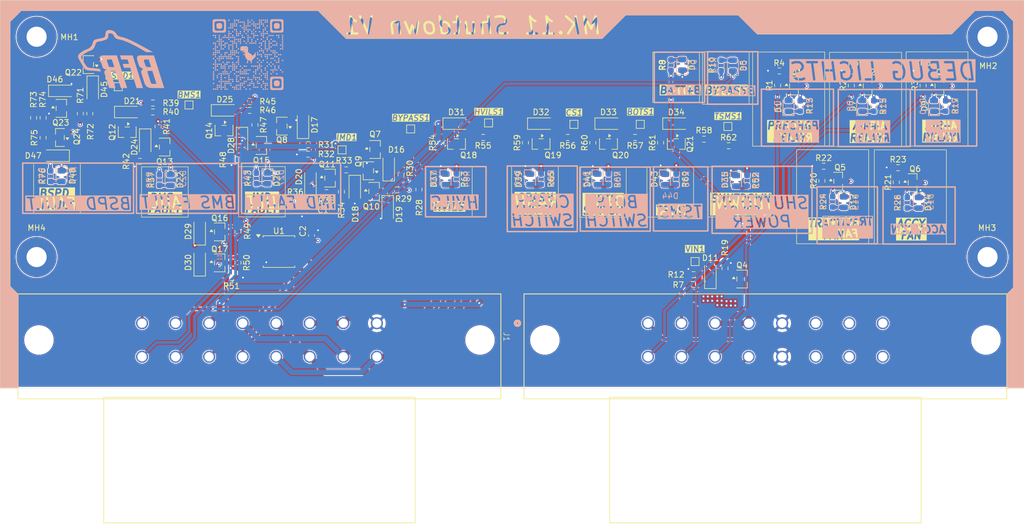
<source format=kicad_pcb>
(kicad_pcb (version 20241229) (generator "pcbnew") (generator_version "9.0")
  (layers (0 "F.Cu" signal) (4 "In1.Cu" signal) (6 "In2.Cu" signal) (2 "B.Cu" signal) (13 "F.Paste" user) (15 "B.Paste" user) (5 "F.SilkS" user "F.Silkscreen") (7 "B.SilkS" user "B.Silkscreen") (1 "F.Mask" user) (3 "B.Mask" user) (25 "Edge.Cuts" user))
  (net 0 "")
  (net 1 "GND")
  (net 2 "BATT+PROT")
  (net 3 "/BYPASS-BTN")
  (net 4 "/HVILS-A")
  (net 5 "/BOTS-A")
  (net 6 "/BOTS-B")
  (net 7 "/CRASH-SW-A")
  (net 8 "/IMD-FAULT")
  (net 9 "/SD-POWER")
  (net 10 "/TSSI-STATUS")
  (net 11 "/BMS-FAULT-VCU-BUF")
  (net 12 "/IMD-FAULT-VCU-BUF")
  (net 13 "/BSPD-FAULT-VCU")
  (net 14 "/BMS-FAULT")
  (net 15 "BATT+")
  (net 16 "/POS-AIRS-DEBUG")
  (net 17 "/NEG-AIRS-DEBUG")
  (net 18 "/PRECHARGE-DEBUG")
  (net 19 "/ACCY-FAN-ON")
  (net 32 "/TRACTIVE-FAN-ON")
  (net 33 "Net-(C1-Pad2)")
  (net 40 "Net-(D1-K)")
  (net 41 "Net-(D1-A)")
  (net 42 "Net-(D2-K)")
  (net 43 "Net-(D3-A)")
  (net 44 "Net-(D4-A)")
  (net 45 "Net-(D5-A)")
  (net 46 "Net-(D6-A)")
  (net 47 "Net-(D7-K)")
  (net 48 "Net-(D7-A)")
  (net 49 "Net-(D8-K)")
  (net 50 "Net-(D9-K)")
  (net 51 "Net-(D10-A)")
  (net 52 "Net-(D10-K)")
  (net 53 "Net-(D11-K)")
  (net 54 "Net-(D11-A)")
  (net 55 "Net-(D12-A)")
  (net 56 "Net-(D13-A)")
  (net 57 "Net-(D14-A)")
  (net 58 "Net-(D15-A)")
  (net 59 "Net-(D16-A)")
  (net 60 "/IMD-Fault-Passthru/OUTPUT")
  (net 61 "Net-(D17-K)")
  (net 62 "Net-(D18-K)")
  (net 63 "Net-(D19-K)")
  (net 64 "Net-(D20-A)")
  (net 65 "Net-(D21-A)")
  (net 66 "/BMS-Fault-Passthru/INPUT")
  (net 67 "Net-(D22-A)")
  (net 68 "Net-(D22-K)")
  (net 69 "Net-(D23-A)")
  (net 70 "Net-(D24-A)")
  (net 71 "Net-(D24-K)")
  (net 72 "Net-(D25-A)")
  (net 73 "/BMS-Fault-Passthru/OUTPUT")
  (net 74 "Net-(D26-K)")
  (net 75 "Net-(D26-A)")
  (net 76 "Net-(D27-A)")
  (net 77 "Net-(D28-K)")
  (net 78 "Net-(D28-A)")
  (net 79 "Net-(D29-A)")
  (net 80 "Net-(D30-K)")
  (net 81 "Net-(D30-A)")
  (net 82 "Net-(D31-A)")
  (net 83 "Net-(D32-A)")
  (net 84 "Net-(D33-A)")
  (net 85 "Net-(D34-A)")
  (net 86 "Net-(D35-A)")
  (net 87 "Net-(D36-A)")
  (net 88 "Net-(D37-A)")
  (net 89 "Net-(D38-A)")
  (net 90 "Net-(D39-A)")
  (net 91 "Net-(D40-A)")
  (net 92 "Net-(D41-A)")
  (net 93 "Net-(D42-A)")
  (net 94 "Net-(D43-A)")
  (net 95 "Net-(D44-A)")
  (net 96 "Net-(D45-A)")
  (net 97 "Net-(D46-K)")
  (net 98 "Net-(D47-A)")
  (net 99 "Net-(D47-K)")
  (net 100 "Net-(D48-A)")
  (net 101 "Net-(D49-A)")
  (net 102 "Net-(Q1-G)")
  (net 103 "Net-(Q2-G)")
  (net 104 "Net-(Q3-G)")
  (net 105 "Net-(Q5-S)")
  (net 106 "Net-(Q5-G)")
  (net 107 "Net-(Q6-S)")
  (net 108 "Net-(Q6-G)")
  (net 109 "/IMD-FAULT-VCU")
  (net 110 "Net-(Q11-D)")
  (net 111 "Net-(Q18-D)")
  (net 112 "Net-(Q19-D)")
  (net 113 "Net-(Q20-D)")
  (net 114 "Net-(Q21-D)")
  (net 115 "Net-(Q23-D)")
  (footprint "Resistor_SMD:R_0603_1608Metric_Pad0.98x0.95mm_HandSolder" (layer "F.Cu") (at 173.352087 125.473015 90)
    (property "Reference" "R63")
    (property "Value" "510")
  )
  (footprint "LED_SMD:LED_0805_2012Metric" (layer "F.Cu") (at 171.42879 125.505864 -90)
    (property "Reference" "D37")
    (property "Value" "Red")
  )
  (footprint "Diode_SMD:D_SOD-123" (layer "F.Cu") (at 119.119813 119.0625 -90)
    (property "Reference" "D24")
    (property "Value" "BZT52C16")
  )
  (footprint "Resistor_SMD:R_0603_1608Metric_Pad0.98x0.95mm_HandSolder" (layer "F.Cu") (at 214.63 143.825 180)
    (property "Reference" "R7")
    (property "Value" "0")
  )
  (footprint "Package_TO_SOT_SMD:SOT-23-3" (layer "F.Cu") (at 211.614089 119.337664 -90)
    (property "Reference" "Q21")
    (property "Value" "SI2347DS-T1-GE3")
  )
  (footprint "MountingHole:MountingHole_3.5mm_Pad_TopBottom" (layer "F.Cu") (at 265.817819 100.638919)
    (property "Reference" "MH2")
    (property "Value" "~")
  )
  (footprint "Package_TO_SOT_SMD:SOT-23-3" (layer "F.Cu") (at 132.098319 140.061079)
    (property "Reference" "Q17")
    (property "Value" "SI2347DS-T1-GE3")
  )
  (footprint "Resistor_SMD:R_0603_1608Metric_Pad0.98x0.95mm_HandSolder" (layer "F.Cu") (at 188.084087 125.473015 90)
    (property "Reference" "R65")
    (property "Value" "510")
  )
  (footprint "Resistor_SMD:R_0603_1608Metric_Pad0.98x0.95mm_HandSolder" (layer "F.Cu") (at 229.259855 109.146502 90)
    (property "Reference" "R1")
    (property "Value" "22")
  )
  (footprint "Package_TO_SOT_SMD:SOT-23-3" (layer "F.Cu") (at 151.313865 125.280011)
    (property "Reference" "Q11")
    (property "Value" "SI2347DS-T1-GE3")
  )
  (footprint "Package_TO_SOT_SMD:SOT-23" (layer "F.Cu") (at 252.770394 126.077497)
    (property "Reference" "Q6")
    (property "Value" "AO3400A")
  )
  (footprint "Diode_SMD:D_SOD-123" (layer "F.Cu") (at 109.982 109.821205 -90)
    (property "Reference" "D45")
    (property "Value" "BZT52C16")
  )
  (footprint "Resistor_SMD:R_0603_1608Metric_Pad0.98x0.95mm_HandSolder" (layer "F.Cu") (at 220.091 141.0125 -90)
    (property "Reference" "R19")
    (property "Value" "10k")
  )
  (footprint "-Connectors:0194270049" (layer "F.Cu") (at 139.021579 153.498519 180)
    (property "Reference" "J1")
    (property "Value" "0194270049")
  )
  (footprint "Diode_SMD:D_SOD-123" (layer "F.Cu") (at 104.648 110.075205)
    (property "Reference" "D46")
    (property "Value" "BZT52C16")
  )
  (footprint "Resistor_SMD:R_0603_1608Metric_Pad0.98x0.95mm_HandSolder" (layer "F.Cu") (at 120.456287 113.7585 180)
    (property "Reference" "R40")
    (property "Value" "100k")
  )
  (footprint "Resistor_SMD:R_0603_1608Metric_Pad0.98x0.95mm_HandSolder" (layer "F.Cu") (at 153.286659 127.662362 -90)
    (property "Reference" "R34")
    (property "Value" "100k")
  )
  (footprint "Resistor_SMD:R_0603_1608Metric_Pad0.98x0.95mm_HandSolder" (layer "F.Cu") (at 254.9125 106.59957 180)
    (property "Reference" "R6")
    (property "Value" "10k")
  )
  (footprint "Resistor_SMD:R_0603_1608Metric_Pad0.98x0.95mm_HandSolder" (layer "F.Cu") (at 208.886089 119.112664 90)
    (property "Reference" "R61")
    (property "Value" "100k")
  )
  (footprint "Resistor_SMD:R_0603_1608Metric_Pad0.98x0.95mm_HandSolder" (layer "F.Cu") (at 121.368787 116.292 -90)
    (property "Reference" "R41")
    (property "Value" "100k")
  )
  (footprint "TestPoint:TestPoint_Pad_1.0x1.0mm" (layer "F.Cu") (at 205.338866 115.909055)
    (property "Reference" "BOTS1")
    (property "Value" "BOTS")
  )
  (footprint "Resistor_SMD:R_0603_1608Metric_Pad0.98x0.95mm_HandSolder" (layer "F.Cu") (at 107.823 114.035705 -90)
    (property "Reference" "R71")
    (property "Value" "10k")
  )
  (footprint "Package_TO_SOT_SMD:SOT-23-3" (layer "F.Cu") (at 104.521 113.123205)
    (property "Reference" "Q23")
    (property "Value" "SI2318CDS-T1-GE3")
  )
  (footprint "Resistor_SMD:R_0603_1608Metric_Pad0.98x0.95mm_HandSolder" (layer "F.Cu") (at 121.60575 125.620031 90)
    (property "Reference" "R37")
    (property "Value" "510")
  )
  (footprint "TestPoint:TestPoint_Pad_1.0x1.0mm" (layer "F.Cu") (at 193.781866 115.909055)
    (property "Reference" "CS1")
    (property "Value" "CS")
  )
  (footprint "LED_SMD:LED_0805_2012Metric" (layer "F.Cu") (at 209.676637 125.534166 -90)
    (property "Reference" "D43")
    (property "Value" "Red")
  )
  (footprint "LED_SMD:LED_0805_2012Metric" (layer "F.Cu") (at 240.792 129.4615 -90)
    (property "Reference" "D12")
    (property "Value" "Green")
  )
  (footprint "LED_SMD:LED_0805_2012Metric" (layer "F.Cu") (at 123.564813 125.618 -90)
    (property "Reference" "D22")
    (property "Value" "Red")
  )
  (footprint "Resistor_SMD:R_0603_1608Metric_Pad0.98x0.95mm_HandSolder" (layer "F.Cu") (at 214.63 142.113)
    (property "Reference" "R12")
    (property "Value" "100k")
  )
  (footprint "Resistor_SMD:R_0603_1608Metric_Pad0.98x0.95mm_HandSolder" (layer "F.Cu") (at 258.531499 112.705007 90)
    (property "Reference" "R17")
    (property "Value" "2.2k")
  )
  (footprint "LED_SMD:LED_0805_2012Metric" (layer "F.Cu") (at 212.67757 105.536215 90)
    (property "Reference" "D3")
    (property "Value" "Red")
  )
  (footprint "Package_TO_SOT_SMD:SOT-23-3" (layer "F.Cu") (at 115.987787 117.2845 -90)
    (property "Reference" "Q12")
    (property "Value" "SI2347DS-T1-GE3")
  )
  (footprint "Diode_SMD:D_SOD-123" (layer "F.Cu") (at 161.349162 130.67509 -90)
    (property "Reference" "D19")
    (property "Value" "BZT52C16")
  )
  (footprint "Package_TO_SOT_SMD:SOT-23-3" (layer "F.Cu") (at 188.068588 119.337664 -90)
    (property "Reference" "Q19")
    (property "Value" "SI2347DS-T1-GE3")
  )
  (footprint "Resistor_SMD:R_0603_1608Metric_Pad0.98x0.95mm_HandSolder" (layer "F.Cu") (at 220.726 119.634)
    (property "Reference" "R62")
    (property "Value" "100k")
  )
  (footprint "Resistor_SMD:R_0603_1608Metric_Pad0.98x0.95mm_HandSolder" (layer "F.Cu") (at 138.226751 116.006965 -90)
    (property "Reference" "R47")
    (property "Value" "100k")
  )
  (footprint "Diode_SMD:D_SOD-123" (layer "F.Cu") (at 217.551 142.175 90)
    (property "Reference" "D11")
    (property "Value" "BZT52C16")
  )
  (footprint "MountingHole:MountingHole_3.5mm_Pad_TopBottom" (layer "F.Cu") (at 100.209819 100.638919)
    (property "Reference" "MH1")
    (property "Value" "~")
  )
  (footprint "Resistor_SMD:R_0603_1608Metric_Pad0.98x0.95mm_HandSolder" (layer "F.Cu") (at 101.346 114.774205 -90)
    (property "Reference" "R74")
    (property "Value" "1M")
  )
  (footprint "Diode_SMD:D_SOD-123" (layer "F.Cu") (at 128.613346 134.590484 90)
    (property "Reference" "D29")
    (property "Value" "BZT52C16")
  )
  (footprint "TestPoint:TestPoint_Pad_1.0x1.0mm" (layer "F.Cu") (at 126.746 112.537075)
    (property "Reference" "BMS1")
    (property "Value" "~")
  )
  (footprint "Package_TO_SOT_SMD:SOT-23" (layer "F.Cu") (at 244.9345 109.212502)
    (property "Reference" "Q2")
    (property "Value" "AO3400A")
  )
  (footprint "Resistor_SMD:R_0603_1608Metric_Pad0.98x0.95mm_HandSolder" (layer "F.Cu") (at 199.818588 125.473015 90)
    (property "Reference" "R67")
    (property "Value" "510")
  )
  (footprint "Diode_SMD:D_SOD-123" (layer "F.Cu") (at 199.803089 115.787164)
    (property "Reference" "D33")
    (property "Value" "BZT52C16")
  )
  (footprint "Resistor_SMD:R_0603_1608Metric_Pad0.98x0.95mm_HandSolder" (layer "F.Cu") (at 102.656792 124.950916 90)
    (property "Reference" "R76")
    (property "Value" "510")
  )
  (footprint "Resistor_SMD:R_0603_1608Metric_Pad0.98x0.95mm_HandSolder" (layer "F.Cu") (at 162.893741 127.34659)
    (property "Reference" "R29")
    (property "Value" "100k")
  )
  (footprint "Resistor_SMD:R_0603_1608Metric_Pad0.98x0.95mm_HandSolder" (layer "F.Cu") (at 185.340588 119.112664 90)
    (property "Reference" "R59")
    (property "Value" "1M")
  )
  (footprint "Diode_SMD:D_SOD-123" (layer "F.Cu") (at 132.988799 113.473465)
    (property "Reference" "D25")
    (property "Value" "BZT52C16")
  )
  (footprint "LED_SMD:LED_0805_2012Metric" (layer "F.Cu") (at 222.02179 125.759864 -90)
    (property "Reference" "D35")
    (property "Value" "Red")
  )
  (footprint "TestPoint:TestPoint_Pad_1.0x1.0mm" (layer "F.Cu") (at 114.427 109.347)
    (property "Reference" "BSPD1")
    (property "Value" "~")
  )
  (footprint "TestPoint:TestPoint_Pad_1.0x1.0mm" (layer "F.Cu") (at 214.884 139.827)
    (property "Reference" "VIN1")
    (property "Value" "~")
  )
  (footprint "Resistor_SMD:R_0603_1608Metric_Pad0.98x0.95mm_HandSolder" (layer "F.Cu") (at 170.608588 119.112664 90)
    (property "Reference" "R54")
    (property "Value" "100k")
  )
  (footprint "Resistor_SMD:R_0603_1608Metric_Pad0.98x0.95mm_HandSolder" (layer "F.Cu") (at 238.846021 129.413 90)
    (property "Reference" "R24")
    (property "Value" "5.1k")
  )
  (footprint "Diode_SMD:D_SOD-123" (layer "F.Cu") (at 147.901293 125.980011 90)
    (property "Reference" "D20")
    (property "Value" "BZT52C16")
  )
  (footprint "Diode_SMD:D_SOD-123" (layer "F.Cu") (at 173.336588 115.787164)
    (property "Reference" "D31")
    (property "Value" "BZT52C16")
  )
  (footprint "Capacitor_SMD:C_0603_1608Metric_Pad1.08x0.95mm_HandSolder" (layer "F.Cu") (at 147.266293 130.864235)
    (property "Reference" "C1")
    (property "Value" "470nF")
  )
  (footprint "Package_TO_SOT_SMD:SOT-23-3" (layer "F.Cu") (at 109.2255 105.503205 180)
    (property "Reference" "Q22")
    (property "Value" "SI2347DS-T1-GE3")
  )
  (footprint "Resistor_SMD:R_0603_1608Metric_Pad0.98x0.95mm_HandSolder" (layer "F.Cu") (at 249.927894 126.011497 90)
    (property "Reference" "R21")
    (property "Value" "22")
  )
  (footprint "Diode_SMD:D_SOD-123" (layer "F.Cu") (at 135.977777 118.777465 -90)
    (property "Reference" "D28")
    (property "Value" "BZT52C16")
  )
  (footprint "Package_TO_SOT_SMD:SOT-23-3" (layer "F.Cu") (at 223.075679 142.875)
    (property "Reference" "Q4")
    (property "Value" "SI2347DS-T1-GE3")
  )
  (footprint "Resistor_SMD:R_0603_1608Metric_Pad0.98x0.95mm_HandSolder" (layer "F.Cu") (at 137.314251 111.919465 180)
    (property "Reference" "R45")
    (property "Value" "100k")
  )
  (footprint "Diode_SMD:D_SOD-123" (layer "F.Cu") (at 161.527963 123.424178 90)
    (property "Reference" "D16")
    (property "Value" "BZT52C16")
  )
  (footprint "Resistor_SMD:R_0603_1608Metric_Pad0.98x0.95mm_HandSolder" (layer "F.Cu") (at 137.314251 113.473465 180)
    (property "Reference" "R46")
    (property "Value" "100k")
  )
  (footprint "Resistor_SMD:R_0603_1608Metric_Pad0.98x0.95mm_HandSolder" (layer "F.Cu") (at 254.599644 109.146502 90)
    (property "Reference" "R3")
    (property "Value" "22")
  )
  (footprint "LED_SMD:LED_0805_2012Metric" (layer "F.Cu") (at 186.16079 125.505864 -90)
    (property "Reference" "D39")
    (property "Value" "Red")
  )
  (footprint "Resistor_SMD:R_0603_1608Metric_Pad0.98x0.95mm_HandSolder" (layer "F.Cu") (at 118.207313 122.3645)
    (property "Reference" "R42")
    (property "Value" "51")
  )
  (footprint "Capacitor_SMD:C_0603_1608Metric_Pad1.08x0.95mm_HandSolder" (layer "F.Cu") (at 148.100319 135.296079 -90)
    (property "Reference" "C2")
    (property "Value" "100nF")
  )
  (footprint "Resistor_SMD:R_0603_1608Metric_Pad0.98x0.95mm_HandSolder" (layer "F.Cu") (at 138.463714 125.334996 90)
    (property "Reference" "R43")
    (property "Value" "510")
  )
  (footprint "Diode_SMD:D_SOD-123" (layer "F.Cu") (at 188.068588 115.787164)
    (property "Reference" "D32")
    (property "Value" "BZT52C16")
  )
  (footprint "-Connectors:0194270049" (layer "F.Cu") (at 227.134179 153.498519 180)
    (property "Reference" "J2")
    (property "Value" "0194270049")
  )
  (footprint "TestPoint:TestPoint_Pad_1.0x1.0mm" (layer "F.Cu") (at 178.922866 115.655055)
    (property "Reference" "HVILS1")
    (property "Value" "HVILS")
  )
  (footprint "LED_SMD:LED_0805_2012Metric" (layer "F.Cu") (at 243.99467 112.697391 90)
    (property "Reference" "D7")
    (property "Value" "Blue")
  )
  (footprint "Package_TO_SOT_SMD:SOT-23-3" (layer "F.Cu") (at 173.336588 119.337664 -90)
    (property "Reference" "Q18")
    (property "Value" "SI2347DS-T1-GE3")
  )
  (footprint "LED_SMD:LED_0805_2012Metric" (layer "F.Cu") (at 104.549395 124.913955 -90)
    (property "Reference" "D48")
    (property "Value" "Red")
  )
  (footprint "Resistor_SMD:R_0603_1608Metric_Pad0.98x0.95mm_HandSolder" (layer "F.Cu") (at 166.791795 127.277588 90)
    (property "Reference" "R28")
    (property "Value" "100k")
  )
  (footprint "Resistor_SMD:R_0603_1608Metric_Pad0.98x0.95mm_HandSolder" (layer "F.Cu") (at 216.4315 118.491 180)
    (property "Reference" "R58")
    (property "Value" "100k")
  )
  (footprint "Resistor_SMD:R_0603_1608Metric_Pad0.98x0.95mm_HandSolder" (layer "F.Cu") (at 251.824596 129.573412 90)
    (property "Reference" "R26")
    (property "Value" "5.1k")
  )
  (footprint "Resistor_SMD:R_0603_1608Metric_Pad0.98x0.95mm_HandSolder" (layer "F.Cu") (at 204.441089 118.200164 180)
    (property "Reference" "R57")
    (property "Value" "100k")
  )
  (footprint "Resistor_SMD:R_0603_1608Metric_Pad0.98x0.95mm_HandSolder" (layer "F.Cu") (at 135.273319 140.023579 90)
    (property "Reference" "R50")
    (property "Value" "100k")
  )
  (footprint "Resistor_SMD:R_0603_1608Metric_Pad0.98x0.95mm_HandSolder" (layer "F.Cu") (at 236.973894 125.757497 90)
    (property "Reference" "R20")
    (property "Value" "22")
  )
  (footprint "Package_TO_SOT_SMD:SOT-23-3" (layer "F.Cu") (at 159.155538 120.294453)
    (property "Reference" "Q7")
    (property "Value" "SI2347DS-T1-GE3")
  )
  (footprint "Resistor_SMD:R_0603_1608Metric_Pad0.98x0.95mm_HandSolder" (layer "F.Cu") (at 99.695 114.774205 90)
    (property "Reference" "R73")
    (property "Value" "100")
  )
  (footprint "Resistor_SMD:R_0603_1608Metric_Pad0.98x0.95mm_HandSolder" (layer "F.Cu") (at 229.572711 106.59957 180)
    (property "Reference" "R4")
    (property "Value" "10k")
  )
  (footprint "Package_TO_SOT_SMD:SOT-23-3" (layer "F.Cu") (at 157.996293 124.006235 180)
    (property "Reference" "Q9")
    (property "Value" "SI2318CDS-T1-GE3")
  )
  (footprint "Diode_SMD:D_SOD-123" (layer "F.Cu") (at 155.620251 127.155238 -90)
    (property "Reference" "D18")
    (property "Value" "BZT52C16")
  )
  (footprint "Resistor_SMD:R_0603_1608Metric_Pad0.98x0.95mm_HandSolder" (layer "F.Cu") (at 242.404856 106.59957 180)
    (property "Reference" "R5")
    (property "Value" "10k")
  )
  (footprint "Resistor_SMD:R_0603_1608Metric_Pad0.98x0.95mm_HandSolder" (layer "F.Cu") (at 223.945087 125.727015 90)
    (property "Reference" "R52")
    (property "Value" "510")
  )
  (footprint "Package_TO_SOT_SMD:SOT-23-3" (layer "F.Cu") (at 199.803089 119.337664 -90)
    (property "Reference" "Q20")
    (property "Value" "SI2347DS-T1-GE3")
  )
  (footprint "Package_TO_SOT_SMD:SOT-23-3" (layer "F.Cu") (at 139.364251 119.586212)
    (property "Reference" "Q15")
    (property "Value" "SI2318CDS-T1-GE3")
  )
  (footprint "TestPoint:TestPoint_Pad_1.0x1.0mm" (layer "F.Cu") (at 220.591144 116.290055 180)
    (property "Reference" "TSMS1")
    (property "Value" "TSMS")
  )
  (footprint "LED_SMD:LED_0805_2012Metric" (layer "F.Cu") (at 140.422777 125.332965 -90)
    (property "Reference" "D26")
    (property "Value" "Red")
  )
  (footprint "LED_SMD:LED_0805_2012Metric" (layer "F.Cu") (at 231.162525 112.697391 90)
    (property "Reference" "D1")
    (property "Value" "Blue")
  )
  (footprint "Resistor_SMD:R_0603_1608Metric_Pad0.98x0.95mm_HandSolder" (layer "F.Cu") (at 135.273319 134.623579 90)
    (property "Reference" "R49")
    (property "Value" "100k")
  )
  (footprint "Resistor_SMD:R_0603_1608Metric_Pad0.98x0.95mm_HandSolder" (layer "F.Cu") (at 120.456287 112.2045 180)
    (property "Reference" "R39")
    (property "Value" "100k")
  )
  (footprint "MountingHole:MountingHole_3.5mm_Pad_TopBottom" (layer "F.Cu") (at 265.817819 139.043972)
    (property "Reference" "MH3")
    (property "Value" "~")
  )
  (footprint "Resistor_SMD:R_0603_1608Metric_Pad0.98x0.95mm_HandSolder" (layer "F.Cu") (at 197.075089 119.112664 90)
    (property "Reference" "R60")
    (property "Value" "100k")
  )
  (footprint "Resistor_SMD:R_0603_1608Metric_Pad0.98x0.95mm_HandSolder" (layer "F.Cu") (at 237.28675 123.210565)
    (property "Reference" "R22")
    (property "Value" "100k")
  )
  (footprint "Resistor_SMD:R_0603_1608Metric_Pad0.98x0.95mm_HandSolder" (layer "F.Cu") (at 147.492251 121.110212)
    (property "Reference" "R32")
    (property "Value" "2.2k")
  )
  (footprint "Diode_SMD:D_SOD-123" (layer "F.Cu") (at 103.5545 121.378205 180)
    (property "Reference" "D47")
    (property "Value" "BZT52C16")
  )
  (footprint "Diode_SMD:D_SOD-123" (layer "F.Cu") (at 116.130835 113.7585)
    (property "Reference" "D21")
    (property "Value" "BZT52C16")
  )
  (footprint "Resistor_SMD:R_0603_1608Metric_Pad0.98x0.95mm_HandSolder" (layer "F.Cu") (at 177.974588 118.200164 180)
    (property "Reference" "R55")
    (property "Value" "100k")
  )
  (footprint "Package_TO_SOT_SMD:SOT-23" (layer "F.Cu") (at 232.102355 109.212502)
    (property "Reference" "Q1")
    (property "Value" "AO3400A")
  )
  (footprint "Resistor_SMD:R_0603_1608Metric_Pad0.98x0.95mm_HandSolder" (layer "F.Cu") (at 134.153819 142.662079 180)
    (property "Reference" "R51")
    (property "Value" "100k")
  )
  (footprint "Resistor_SMD:R_0603_1608Metric_Pad0.98x0.95mm_HandSolder" (layer "F.Cu") (at 233.19171 112.705007 90)
    (property "Reference" "R13")
    (property "Value" "2.2k")
  )
  (footprint "TestPoint:TestPoint_Pad_1.0x1.0mm" (layer "F.Cu") (at 153.395866 120.354055)
    (property "Reference" "IMD1")
    (property "Value" "~")
  )
  (footprint "Diode_SMD:D_SOD-123" (layer "F.Cu") (at 146.603251 116.030212 90)
    (property "Reference" "D17")
    (property "Value" "BZT52C16")
  )
  (footprint "TestPoint:TestPoint_Pad_1.0x1.0mm" (layer "F.Cu") (at 165.354 116.713)
    (property "Reference" "BYPASS1")
    (property "Value" "~")
  )
  (footprint "Package_TO_SOT_SMD:SOT-23-3" (layer "F.Cu") (at 158.985062 127.600826)
    (property "Reference" "Q10")
    (property "Value" "SI2318CDS-T1-GE3")
  )
  (footprint "Diode_SMD:D_SOD-123" (layer "F.Cu") (at 128.613346 139.994079 90)
    (property "Reference" "D30")
    (property "Value" "BZT52C16")
  )
  (footprint "Resistor_SMD:R_0603_1608Metric_Pad0.98x0.95mm_HandSolder" (layer "F.Cu") (at 135.065277 122.079465)
    (property "Reference" "R48")
    (property "Value" "51")
  )
  (footprint "Package_SO:SOIC-8_5.3x5.3mm_P1.27mm" (layer "F.Cu") (at 142.416819 138.090079)
    (property "Reference" "U1")
    (property "Value" "TSB712AIDT")
  )
  (footprint "Diode_SMD:D_SOD-123" (layer "F.Cu") (at 211.614089 115.787164)
    (property "Reference" "D34")
    (property "Value" "BZT52C16")
  )
  (footprint "LED_SMD:LED_0805_2012Metric" (layer "F.Cu") (at 253.853781 129.581028 -90)
    (property "Reference" "D14")
    (property "Value" "Green")
  )
  (footprint "Resistor_SMD:R_0603_1608Metric_Pad0.98x0.95mm_HandSolder" (layer "F.Cu") (at 211.599934 125.501317 90)
    (property "Reference" "R69")
    (property "Value" "510")
  )
  (footprint "Resistor_SMD:R_0603_1608Metric_Pad0.98x0.95mm_HandSolder" (layer "F.Cu") (at 101.346 118.240705 -90)
    (property "Reference" "R75")
    (property "Value" "100")
  )
  (footprint "Package_TO_SOT_SMD:SOT-23-3" (layer "F.Cu") (at 132.103819 134.661079)
    (property "Reference" "Q16")
    (property "Value" "SI2347DS-T1-GE3")
  )
  (footprint "Resistor_SMD:R_0603_1608Metric_Pad0.98x0.95mm_HandSolder" (layer "F.Cu") (at 192.706588 118.200164 180)
    (property "Reference" "R56")
    (property "Value" "100k")
  )
  (footprint "Resistor_SMD:R_0603_1608Metric_Pad0.98x0.95mm_HandSolder" (layer "F.Cu") (at 150.695293 127.816235 180)
    (property "Reference" "R35")
    (property "Value" "100k")
  )
  (footprint "Package_TO_SOT_SMD:SOT-23-3" (layer "F.Cu") (at 122.506287 119.871247)
    (property "Reference" "Q13")
    (property "Value" "SI2318CDS-T1-GE3")
  )
  (footprint "Resistor_SMD:R_0603_1608Metric_Pad0.98x0.95mm_HandSolder" (layer "F.Cu") (at 250.24075 123.464565)
    (property "Reference" "R23")
    (property "Value" "100k")
  )
  (footprint "Package_TO_SOT_SMD:SOT-23-3" (layer "F.Cu") (at 132.845751 116.999465 -90)
    (property "Reference" "Q14")
    (property "Value" "SI2347DS-T1-GE3")
  )
  (footprint "MountingHole:MountingHole_3.5mm_Pad_TopBottom" (layer "F.Cu") (at 100.209819 139.043972)
    (property "Reference" "MH4")
    (property "Value" "~")
  )
  (footprint "Resistor_SMD:R_0603_1608Metric_Pad0.98x0.95mm_HandSolder" (layer "F.Cu") (at 242.092 109.146502 90)
    (property "Reference" "R2")
    (property "Value" "22")
  )
  (footprint "Resistor_SMD:R_0603_1608Metric_Pad0.98x0.95mm_HandSolder" (layer "F.Cu") (at 210.664488 105.580012 -90)
    (property "Reference" "R8")
    (property "Value" "510")
  )
  (footprint "Package_TO_SOT_SMD:SOT-23-3" (layer "F.Cu") (at 142.920251 116.223212 180)
    (property "Reference" "Q8")
    (property "Value" "SI2318CDS-T1-GE3")
  )
  (footprint "Package_TO_SOT_SMD:SOT-23" (layer "F.Cu") (at 257.442144 109.212502)
    (property "Reference" "Q3")
    (property "Value" "AO3400A")
  )
  (footprint "Resistor_SMD:R_0603_1608Metric_Pad0.98x0.95mm_HandSolder" (layer "F.Cu") (at 219.427555 105.649374 -90)
    (property "Reference" "R10")
    (property "Value" "510")
  )
  (footprint "Resistor_SMD:R_0603_1608Metric_Pad0.98x0.95mm_HandSolder" (layer "F.Cu") (at 154.124969 123.846829)
    (property "Reference" "R33")
    (property "Value" "100k")
  )
  (footprint "Resistor_SMD:R_0603_1608Metric_Pad0.98x0.95mm_HandSolder" (layer "F.Cu") (at 246.023855 112.705007 90)
    (property "Reference" "R15")
    (property "Value" "2.2k")
  )
  (footprint "LED_SMD:LED_0805_2012Metric" (layer "F.Cu") (at 197.895291 125.505864 -90)
    (property "Reference" "D41")
    (property "Value" "Red")
  )
  (footprint "Resistor_SMD:R_0603_1608Metric_Pad0.98x0.95mm_HandSolder" (layer "F.Cu") (at 163.685794 124.641143 90)
    (property "Reference" "R30")
    (property "Value" "100k")
  )
  (footprint "LED_SMD:LED_0805_2012Metric" (layer "F.Cu") (at 221.459969 105.667582 90)
    (property "Reference" "D5")
    (property "Value" "Red")
  )
  (footprint "Resistor_SMD:R_0603_1608Metric_Pad0.98x0.95mm_HandSolder" (layer "F.Cu") (at 147.515751 119.459212)
    (property "Reference" "R31")
    (property "Value" "100")
  )
  (footprint "LED_SMD:LED_0805_2012Metric" (layer "F.Cu") (at 256.502314 112.697391 90)
    (property "Reference" "D9")
    (property "Value" "Blue")
  )
  (footprint "Resistor_SMD:R_0603_1608Metric_Pad0.98x0.95mm_HandSolder" (layer "F.Cu") (at 147.242793 129.213235 180)
    (property "Reference" "R36")
    (property "Value" "390k")
  )
  (footprint "Resistor_SMD:R_0603_1608Metric_Pad0.98x0.95mm_HandSolder" (layer "F.Cu") (at 109.474 114.035705 -90)
    (property "Reference" "R72")
    (property "Value" "100")
  )
  (footprint "Package_TO_SOT_SMD:SOT-23" (layer "F.Cu") (at 239.816394 125.823497)
    (property "Reference" "Q5")
    (property "Value" "AO3400A")
  )
  (footprint "Package_TO_SOT_SMD:SOT-23" (layer "F.Cu") (at 104.267 118.203205 180)
    (property "Reference" "Q24")
    (property "Value" "SI2347DS-T1-GE3")
  )
  (footprint "LED_SMD:LED_0805_2012Metric" (layer "B.Cu") (at 186.16079 125.505864 -90)
    (property "Reference" "D40")
    (property "Value" "Red")
  )
  (footprint "Resistor_SMD:R_0603_1608Metric_Pad0.98x0.95mm_HandSolder" (layer "B.Cu") (at 102.654605 124.957705 90)
    (property "Reference" "R77")
    (property "Value" "510")
  )
  (footprint "Resistor_SMD:R_0603_1608Metric_Pad0.98x0.95mm_HandSolder" (layer "B.Cu") (at 199.818588 125.473015 90)
    (property "Reference" "R68")
    (property "Value" "510")
  )
  (footprint "Resistor_SMD:R_0603_1608Metric_Pad0.98x0.95mm_HandSolder" (layer "B.Cu") (at 223.945087 125.727015 90)
    (property "Reference" "R53")
    (property "Value" "510")
  )
  (footprint "Resistor_SMD:R_0603_1608Metric_Pad0.98x0.95mm_HandSolder" (layer "B.Cu") (at 258.531499 112.705007 90)
    (property "Reference" "R18")
    (property "Value" "2.2k")
  )
  (footprint "LED_SMD:LED_0805_2012Metric" (layer "B.Cu") (at 231.164855 112.702502 90)
    (property "Reference" "D2")
    (property "Value" "Blue")
  )
  (footprint "LED_SMD:LED_0805_2012Metric" (layer "B.Cu") (at 197.895291 125.505864 -90)
    (property "Reference" "D42")
    (property "Value" "Red")
  )
  (footprint "LED_SMD:LED_0805_2012Metric" (layer "B.Cu") (at 104.572063 124.940099 -90)
    (property "Reference" "D49")
    (property "Value" "Red")
  )
  (footprint "Resistor_SMD:R_0603_1608Metric_Pad0.98x0.95mm_HandSolder" (layer "B.Cu") (at 138.463714 125.334996 90)
    (property "Reference" "R44")
    (property "Value" "510")
  )
  (footprint "Resistor_SMD:R_0603_1608Metric_Pad0.98x0.95mm_HandSolder" (layer "B.Cu") (at 188.087 125.476 90)
    (property "Reference" "R66")
    (property "Value" "510")
  )
  (footprint "Resistor_SMD:R_0603_1608Metric_Pad0.98x0.95mm_HandSolder" (layer "B.Cu") (at 211.582 125.47986 90)
    (property "Reference" "R70")
    (property "Value" "510")
  )
  (footprint "LED_SMD:LED_0805_2012Metric" (layer "B.Cu") (at 221.459969 105.667582 90)
    (property "Reference" "D6")
    (property "Value" "Red")
  )
  (footprint "LED_SMD:LED_0805_2012Metric" (layer "B.Cu") (at 253.853781 129.581028 -90)
    (property "Reference" "D15")
    (property "Value" "Green")
  )
  (footprint "Resistor_SMD:R_0603_1608Metric_Pad0.98x0.95mm_HandSolder" (layer "B.Cu") (at 219.427969 105.642582 -90)
    (property "Reference" "R11")
    (property "Value" "510")
  )
  (footprint "Resistor_SMD:R_0603_1608Metric_Pad0.98x0.95mm_HandSolder" (layer "B.Cu") (at 251.824596 129.573412 90)
    (property "Reference" "R27")
    (property "Value" "5.1k")
  )
  (footprint "Resistor_SMD:R_0603_1608Metric_Pad0.98x0.95mm_HandSolder" (layer "B.Cu") (at 246.023855 112.705007 90)
    (property "Reference" "R16")
    (property "Value" "2.2k")
  )
  (footprint "LED_SMD:LED_0805_2012Metric" (layer "B.Cu") (at 222.02179 125.759864 -90)
    (property "Reference" "D36")
    (property "Value" "Red")
  )
  (footprint "LED_SMD:LED_0805_2012Metric" (layer "B.Cu") (at 212.633488 105.525012 90)
    (property "Reference" "D4")
    (property "Value" "Red")
  )
  (footprint "LED_SMD:LED_0805_2012Metric" (layer "B.Cu") (at 171.435625 125.495316 -90)
    (property "Reference" "D38")
    (property "Value" "Red")
  )
  (footprint "LED_SMD:LED_0805_2012Metric" (layer "B.Cu") (at 209.658703 125.512709 -90)
    (property "Reference" "D44")
    (property "Value" "Red")
  )
  (footprint "LED_SMD:LED_0805_2012Metric" (layer "B.Cu") (at 240.792 129.4615 -90)
    (property "Reference" "D13")
    (property "Value" "Green")
  )
  (footprint "Resistor_SMD:R_0603_1608Metric_Pad0.98x0.95mm_HandSolder" (layer "B.Cu") (at 233.196855 112.702502 90)
    (property "Reference" "R14")
    (property "Value" "2.2k")
  )
  (footprint "LOGO" (layer "B.Cu") (at 114.935 104.521 180)
    (property "Reference" "G***" (hide yes))
    (property "Value" "LOGO" (hide yes))
  )
  (footprint "LED_SMD:LED_0805_2012Metric" (layer "B.Cu") (at 123.564813 125.618 -90)
    (property "Reference" "D23")
    (property "Value" "Red")
  )
  (footprint "LED_SMD:LED_0805_2012Metric" (layer "B.Cu") (at 256.502314 112.697391 90)
    (property "Reference" "D10")
    (property "Value" "Blue")
  )
  (footprint "LED_SMD:LED_0805_2012Metric" (layer "B.Cu") (at 243.99467 112.697391 90)
    (property "Reference" "D8")
    (property "Value" "Blue")
  )
  (footprint "Resistor_SMD:R_0603_1608Metric_Pad0.98x0.95mm_HandSolder" (layer "B.Cu") (at 210.698488 105.611012 -90)
    (property "Reference" "R9")
    (property "Value" "510")
  )
  (footprint "LOGO" (layer "B.Cu") (at 137.033 103.759 180)
    (property "Reference" "G***" (hide yes))
    (property "Value" "LOGO" (hide yes))
  )
  (footprint "Resistor_SMD:R_0603_1608Metric_Pad0.98x0.95mm_HandSolder" (layer "B.Cu") (at 121.60575 125.620031 90)
    (property "Reference" "R38")
    (property "Value" "510")
  )
  (footprint "LED_SMD:LED_0805_2012Metric" (layer "B.Cu") (at 140.422777 125.332965 -90)
    (property "Reference" "D27")
    (property "Value" "Red")
  )
  (footprint "Resistor_SMD:R_0603_1608Metric_Pad0.98x0.95mm_HandSolder" (layer "B.Cu") (at 238.846021 129.413 90)
    (property "Reference" "R25")
    (property "Value" "5.1k")
  )
  (footprint "Resistor_SMD:R_0603_1608Metric_Pad0.98x0.95mm_HandSolder" (layer "B.Cu") (at 173.357982 125.462664 90)
    (property "Reference" "R64")
    (property "Value" "510")
  )
  (gr_poly (pts (xy 213.23 143.35) (xy 213.23 145.368) (xy 216.325 148.463) (xy 222.639352 148.463) (xy 223.266 147.836352) (xy 223.266 145.669) (xy 222.758 145.161) (xy 215.066 145.161) (xy 214.205 144.3) (xy 214.205 143.35)) (fill yes) (layer "F.Cu") (net 2))
  (gr_rect (start 216.171162 103.255477) (end 224.299162 112.399477) (stroke (width 0.1)) (fill no) (layer "F.SilkS"))
  (gr_rect (start 232.567602 120.318325) (end 245.118973 136.732399) (stroke (width 0.1)) (fill no) (layer "F.SilkS"))
  (gr_rect (start 224.911855 103.304502) (end 237.463226 119.718576) (stroke (width 0.1)) (fill no) (layer "F.SilkS"))
  (gr_rect (start 182.935581 123.166483) (end 191.063581 131.929483) (stroke (width 0.1)) (fill no) (layer "F.SilkS"))
  (gr_rect (start 167.939251 123.270579) (end 176.067251 132.033579) (stroke (width 0.1)) (fill no) (layer "F.SilkS"))
  (gr_rect (start 246.096 120.351609) (end 258.647371 136.765683) (stroke (width 0.1)) (fill no) (layer "F.SilkS"))
  (gr_rect (start 194.758667 123.345322) (end 202.886667 132.108322) (stroke (width 0.1)) (fill no) (layer "F.SilkS"))
  (gr_rect (start 206.493085 123.317627) (end 214.621085 132.080627) (stroke (width 0.1)) (fill no) (layer "F.SilkS"))
  (gr_rect (start 118.484813 123.317) (end 126.612813 132.08) (stroke (width 0.1)) (fill no) (layer "F.SilkS"))
  (gr_rect (start 251.633484 103.273428) (end 262.406855 119.687502) (stroke (width 0.1)) (fill no) (layer "F.SilkS"))
  (gr_rect (start 217.086366 123.306778) (end 228.643367 132.069778) (stroke (width 0.1)) (fill no) (layer "F.SilkS"))
  (gr_rect (start 207.52228 103.332099) (end 215.65028 112.095099) (stroke (width 0.1)) (fill no) (layer "F.SilkS"))
  (gr_rect (start 238.298484 103.352465) (end 250.849855 119.766539) (stroke (width 0.1)) (fill no) (layer "F.SilkS"))
  (gr_rect (start 135.382 123.2821) (end 143.51 132.0451) (stroke (width 0.1)) (fill no) (layer "F.SilkS"))
  (gr_rect (start 99.695 122.661599) (end 107.823 131.424599) (stroke (width 0.1)) (fill no) (layer "F.SilkS"))
  (gr_rect (start 253.157484 109.877428) (end 263.930855 119.687502) (stroke (width 0.254)) (fill no) (layer "B.SilkS"))
  (gr_rect (start 247.62 126.828609) (end 260.171371 136.765683) (stroke (width 0.254)) (fill no) (layer "B.SilkS"))
  (gr_rect (start 117.595812 122.725036) (end 135.375813 131.416702) (stroke (width 0.254)) (fill no) (layer "B.SilkS"))
  (gr_rect (start 239.822484 109.829465) (end 252.373855 119.766539) (stroke (width 0.254)) (fill no) (layer "B.SilkS"))
  (gr_rect (start 217.848366 123.227098) (end 235.247367 134.911098) (stroke (width 0.254)) (fill no) (layer "B.SilkS"))
  (gr_rect (start 182.173581 123.173263) (end 194.365581 134.603263) (stroke (width 0.254)) (fill no) (layer "B.SilkS"))
  (gr_rect (start 135.89 122.682) (end 153.162 131.445) (stroke (width 0.254)) (fill no) (layer "B.SilkS"))
  (gr_rect (start 207.636472 123.319477) (end 217.112924 134.495477) (stroke (width 0.254)) (fill no) (layer "B.SilkS"))
  (gr_rect (start 97.79 122.661599) (end 117.094 131.424599) (stroke (width 0.254)) (fill no) (layer "B.SilkS"))
  (gr_rect (start 194.885667 123.352539) (end 207.077666 134.528539) (stroke (width 0.254)) (fill no) (layer "B.SilkS"))
  (gr_rect (start 226.435855 109.781502) (end 238.987226 119.718576) (stroke (width 0.254)) (fill no) (layer "B.SilkS"))
  (gr_rect (start 167.939251 123.270579) (end 178.480251 132.033579) (stroke (width 0.254)) (fill no) (layer "B.SilkS"))
  (gr_rect (start 207.776279 103.332099) (end 216.539279 112.095099) (stroke (width 0.254)) (fill no) (layer "B.SilkS"))
  (gr_rect (start 236.123602 126.795325) (end 246.642973 136.732399) (stroke (width 0.254)) (fill no) (layer "B.SilkS"))
  (gr_rect (start 217.060162 103.255477) (end 225.823162 112.399477) (stroke (width 0.254)) (fill no) (layer "B.SilkS"))
  (gr_line (start 272.167819 161.903972) (end 272.167819 94.288919) (stroke (width 0.05)) (layer "Edge.Cuts"))
  (gr_line (start 93.859819 94.288919) (end 272.167819 94.289047) (stroke (width 0.05)) (layer "Edge.Cuts"))
  (gr_line (start 93.859819 161.903972) (end 93.859819 94.288919) (stroke (width 0.05)) (layer "Edge.Cuts"))
  (gr_line (start 272.167819 161.903972) (end 93.859819 161.903972) (stroke (width 0.05)) (layer "Edge.Cuts"))
  (gr_text "BOTS\nSWITCH" (at 198.822667 131.714003 0) (layer "F.SilkS" knockout) (effects (font (size 1.3 1.3) (thickness 0.3) (bold yes) (italic yes)) (justify bottom)))
  (gr_text "BATT+" (at 211.709 109.985582 0) (layer "F.SilkS" knockout) (effects (font (size 1.3 1.3) (thickness 0.3) (bold yes) (italic yes))))
  (gr_text "ACCY\nFAN" (at 252.476 134.231739 0) (layer "F.SilkS" knockout) (effects (font (size 1.3 1.3) (thickness 0.3) (bold yes) (italic yes))))
  (gr_text "SHUTDOWN\nPOWER" (at 222.801367 131.675459 0) (layer "F.SilkS" knockout) (effects (font (size 1.3 1.3) (thickness 0.3) (bold yes) (italic yes)) (justify bottom)))
  (gr_text "AIR-\nRELAY" (at 257.313128 117.153558 0) (layer "F.SilkS" knockout) (effects (font (size 1.3 1.3) (thickness 0.3) (bold yes) (italic yes))))
  (gr_text "BSPD \nFAULT" (at 103.759 130.76813 0) (layer "F.SilkS" knockout) (effects (font (size 1.3 1.3) (thickness 0.3) (bold yes) (italic yes)) (justify bottom)))
  (gr_text "AIR+\nRELAY" (at 244.678484 117.232595 0) (layer "F.SilkS" knockout) (effects (font (size 1.3 1.3) (thickness 0.3) (bold yes) (italic yes))))
  (gr_text "TRACTIVE\nFAN" (at 238.947602 134.198455 0) (layer "F.SilkS" knockout) (effects (font (size 1.3 1.3) (thickness 0.3) (bold yes) (italic yes))))
  (gr_text "PRECHG\nRELAY" (at 231.291855 117.184632 0) (layer "F.SilkS" knockout) (effects (font (size 1.3 1.3) (thickness 0.3) (bold yes) (italic yes))))
  (gr_text "CRASH\nSWITCH" (at 186.999581 131.535164 0) (layer "F.SilkS" knockout) (effects (font (size 1.3 1.3) (thickness 0.3) (bold yes) (italic yes)) (justify bottom)))
  (gr_text "IMD\nFAULT" (at 139.31472 129.681583 0) (layer "F.SilkS" knockout) (effects (font (size 1.3 1.3) (thickness 0.3) (bold yes) (italic yes))))
  (gr_text "BMS \nFAULT" (at 122.421813 129.7305 0) (layer "F.SilkS" knockout) (effects (font (size 1.3 1.3) (thickness 0.3) (bold yes) (italic yes))))
  (gr_text "MK.11 Shutdown V1" (at 153.67 100.838 0) (layer "F.SilkS" knockout) (effects (font (size 3 3) (thickness 0.4) (bold yes) (italic yes)) (justify left bottom)))
  (gr_text "DEBUG LIGHTS" (at 225.298 100.076 0) (layer "F.SilkS" knockout) (effects (font (size 3 3) (thickness 0.4) (bold yes) (italic yes)) (justify left bottom)))
  (gr_text "TSMS" (at 210.557085 131.686308 0) (layer "F.SilkS" knockout) (effects (font (size 1.3 1.3) (thickness 0.3) (bold yes) (italic yes)) (justify bottom)))
  (gr_text "BYPASS" (at 220.218 109.982 0) (layer "F.SilkS" knockout) (effects (font (size 1.3 1.3) (thickness 0.3) (bold yes) (italic yes))))
  (gr_text "HVILS\n" (at 172.003251 131.027164 0) (layer "F.SilkS" knockout) (effects (font (size 1.3 1.3) (thickness 0.3) (bold yes) (italic yes)) (justify bottom)))
  (gr_text "TSMS" (at 212.428686 132.350622 0) (layer "B.SilkS" knockout) (effects (font (size 2 2) (thickness 0.3) (bold yes) (italic yes)) (justify bottom mirror)))
  (gr_text "BOTS\nSWITCH" (at 201.295 133.858 0) (layer "B.SilkS" knockout) (effects (font (size 2 2) (thickness 0.3) (bold yes) (italic yes)) (justify bottom mirror)))
  (gr_text "BMS FAULT" (at 126.746 129.54 0) (layer "B.SilkS" knockout) (effects (font (size 2 2) (thickness 0.3) (bold yes) (italic yes)) (justify mirror)))
  (gr_text "SHUTDOWN\nPOWER" (at 226.608925 134.02885 0) (layer "B.SilkS" knockout) (effects (font (size 2 2) (thickness 0.3) (bold yes) (italic yes)) (justify bottom mirror)))
  (gr_text "AIR-\nRELAY" (at 258.251211 117.153558 0) (layer "B.SilkS" knockout) (effects (font (size 1.3 1.3) (thickness 0.3) (bold yes) (italic yes)) (justify mirror)))
  (gr_text "BSPD FAULT" (at 107.696 130.937 0) (layer "B.SilkS" knockout) (effects (font (size 2 2) (thickness 0.3) (bold yes) (italic yes)) (justify bottom mirror)))
  (gr_text "AIR+\nRELAY" (at 245.993855 117.232595 0) (layer "B.SilkS" knockout) (effects (font (size 1.3 1.3) (thickness 0.3) (bold yes) (italic yes)) (justify mirror)))
  (gr_text "CRASH\nSWITCH" (at 188.366695 133.82798 0) (layer "B.SilkS" knockout) (effects (font (size 2 2) (thickness 0.3) (bold yes) (italic yes)) (justify bottom mirror)))
  (gr_text "HVILS\n" (at 173.135093 130.748558 0) (layer "B.SilkS" knockout) (effects (font (size 2 2) (thickness 0.3) (bold yes) (italic yes)) (justify bottom mirror)))
  (gr_text "BYPASS" (at 221.742 110.109 0) (layer "B.SilkS" knockout) (effects (font (size 1.3 1.3) (thickness 0.3) (bold yes) (italic yes)) (justify mirror)))
  (gr_text "IMD FAULT" (at 144.653 129.54 0) (layer "B.SilkS" knockout) (effects (font (size 2 2) (thickness 0.3) (bold yes) (italic yes)) (justify mirror)))
  (gr_text "ACCY FAN" (at 253.791371 134.231739 0) (layer "B.SilkS" knockout) (effects (font (size 1.3 1.3) (thickness 0.3) (bold yes) (italic yes)) (justify mirror)))
  (gr_text "BATT+" (at 212.98756 109.985582 0) (layer "B.SilkS" knockout) (effects (font (size 1.3 1.3) (thickness 0.3) (bold yes) (italic yes)) (justify mirror)))
  (gr_text "TRACTIVE\nFAN" (at 241.555833 133.907623 0) (layer "B.SilkS" knockout) (effects (font (size 1.3 1.3) (thickness 0.3) (bold yes) (italic yes)) (justify mirror)))
  (gr_text "DEBUG LIGHTS" (at 264.16 108.458 0) (layer "B.SilkS" knockout) (effects (font (size 3 3) (thickness 0.4) (bold yes) (italic yes)) (justify left bottom mirror)))
  (gr_text "MK.11 Shutdown V1" (at 198.882 100.457 0) (layer "B.SilkS" knockout) (effects (font (size 3 3) (thickness 0.4) (bold yes) (italic yes)) (justify left bottom mirror)))
  (gr_text "PRECHG\nRELAY" (at 232.607226 117.184632 0) (layer "B.SilkS" knockout) (effects (font (size 1.3 1.3) (thickness 0.3) (bold yes) (italic yes)) (justify mirror)))
  (segment (start 246.023855 111.792507) (end 246.023855 110.89071) (width 0.5) (layer "F.Cu") (net 1))
  (segment (start 252.970359 106.59957) (end 252.923789 106.553) (width 0.5) (layer "F.Cu") (net 1))
  (segment (start 185.340588 123.748162) (end 186.16079 124.568364) (width 1) (layer "F.Cu") (net 1))
  (segment (start 155.389875 128.574862) (end 155.620251 128.805238) (width 0.5) (layer "F.Cu") (net 1))
  (segment (start 146.603251 114.380212) (end 146.223788 114.380212) (width 0.5) (layer "F.Cu") (net 1))
  (segment (start 117.294765 123.252279) (end 117.294765 123.116235) (width 0.5) (layer "F.Cu") (net 1))
  (segment (start 254 106.59957) (end 252.970359 106.59957) (width 0.5) (layer "F.Cu") (net 1))
  (segment (start 140.166921 139.995079) (end 140.208 139.954) (width 0.381) (layer "F.Cu") (net 1))
  (segment (start 227.63057 106.59957) (end 227.584 106.553) (width 0.5) (layer "F.Cu") (net 1))
  (segment (start 220.091 140.1) (end 221.088 140.1) (width 0.381) (layer "F.Cu") (net 1))
  (segment (start 102.222517 114.033517) (end 102.050705 113.861705) (width 0.5) (layer "F.Cu") (net 1))
  (segment (start 185.340588 120.025164) (end 185.340588 123.19) (width 1) (layer "F.Cu") (net 1))
  (segment (start 221.129213 123.929787) (end 219.8135 122.614074) (width 1) (layer "F.Cu") (net 1))
  (segment (start 135.066319 142.662079) (end 136.102921 142.662079) (width 0.381) (layer "F.Cu") (net 1))
  (segment (start 159.133793 123.056235) (end 158.108235 123.056235) (width 0.5) (layer "F.Cu") (net 1))
  (segment (start 249.32825 123.464565) (end 248.298609 123.464565) (width 0.5) (layer "F.Cu") (net 1))
  (segment (start 185.340588 123.19) (end 185.340588 123.748162) (width 1) (layer "F.Cu") (net 1))
  (segment (start 197.075089 123.748162) (end 197.895291 124.568364) (width 1) (layer "F.Cu") (net 1))
  (segment (start 136.102921 142.662079) (end 136.144 142.621) (width 0.381) (layer "F.Cu") (net 1))
  (segment (start 117.294813 123.116187) (end 117.294813 122.3645) (width 0.5) (layer "F.Cu") (net 1))
  (segment (start 240.79777 127.519644) (end 240.792 127.525414) (width 0.381) (layer "F.Cu") (net 1))
  (segment (start 219.8135 122.614074) (end 219.8135 119.634) (width 1) (layer "F.Cu") (net 1))
  (segment (start 246.023855 110.89071) (end 246.004145 110.871) (width 0.5) (layer "F.Cu") (net 1))
  (segment (start 134.152777 123.022223) (end 134.152777 122.079465) (width 0.5) (layer "F.Cu") (net 1))
  (segment (start 235.344609 123.210565) (end 235.298039 123.163995) (width 0.5) (layer "F.Cu") (net 1))
  (segment (start 236.37425 123.210565) (end 235.344609 123.210565) (width 0.5) (layer "F.Cu") (net 1))
  (segment (start 104.549395 122.964395) (end 104.549395 123.976455) (width 0.5) (layer "F.Cu") (net 1))
  (segment (start 240.792 127.525414) (end 240.792 128.524) (width 0.381) (layer "F.Cu") (net 1))
  (segment (start 102.376464 114.046) (end 103.356295 114.046) (width 0.5) (layer "F.Cu") (net 1))
  (segment (start 146.403793 130.864235) (end 146.403793 131.925793) (width 0.5) (layer "F.Cu") (net 1))
  (segment (start 155.620251 129.712251) (end 155.620251 128.805238) (width 0.5) (layer "F.Cu") (net 1))
  (segment (start 106.298 110.075205) (end 106.298 108.84) (width 0.5) (layer "F.Cu") (net 1))
  (segment (start 254.127 127.381) (end 253.853781 127.654219) (width 0.381) (layer "F.Cu") (net 1))
  (segment (start 221.088 140.1) (end 221.107 140.081) (width 0.381) (layer "F.Cu") (net 1))
  (segment (start 160.15591 132.32509) (end 160.147 132.334) (width 0.5) (layer "F.Cu") (net 1))
  (segment (start 208.886089 123.063) (end 208.886089 123.806118) (width 1) (layer "F.Cu") (net 1))
  (segment (start 149.157421 134.433579) (end 149.225 134.366) (width 0.381) (layer "F.Cu") (net 1))
  (segment (start 155.874663 128.550826) (end 155.620251 128.805238) (width 0.5) (layer "F.Cu") (net 1))
  (segment (start 258.531499 111.792507) (end 258.531499 110.89071) (width 0.5) (layer "F.Cu") (net 1))
  (segment (start 253.853781 127.654219) (end 253.853781 128.643528) (width 0.381) (layer "F.Cu") (net 1))
  (segment (start 222.02179 124.822364) (end 221.129213 123.929787) (width 1) (layer "F.Cu") (net 1))
  (segment (start 248.298609 123.464565) (end 248.252039 123.417995) (width 0.5) (layer "F.Cu") (net 1))
  (segment (start 241.492356 106.59957) (end 240.462715 106.59957) (width 0.5) (layer "F.Cu") (net 1))
  (segment (start 138.829319 139.995079) (end 140.166921 139.995079) (width 0.381) (layer "F.Cu") (net 1))
  (segment (start 106.298 108.84) (end 106.299 108.839) (width 0.5) (layer "F.Cu") (net 1))
  (segment (start 145.589788 121.110212) (end 145.542 121.158) (width 0.5) (layer "F.Cu") (net 1))
  (segment (start 102.363981 114.033517) (end 102.376464 114.046) (width 0.5) (layer "F.Cu") (net 1))
  (segment (start 208.886089 123.806118) (end 209.676637 124.596666) (width 1) (layer "F.Cu") (net 1))
  (segment (start 170.608588 120.025164) (end 170.608588 123.19) (width 1) (layer "F.Cu") (net 1))
  (segment (start 170.608588 123.19) (end 170.608588 123.748162) (width 1) (layer "F.Cu") (net 1))
  (segment (start 117.294765 123.116235) (end 117.294813 123.116187) (width 0.5) (layer "F.Cu") (net 1))
  (segment (start 146.579751 121.110212) (end 145.589788 121.110212) (width 0.5) (layer "F.Cu") (net 1))
  (segment (start 233.19171 110.89071) (end 233.172 110.871) (width 0.5) (layer "F.Cu") (net 1))
  (segment (start 158.108235 123.056235) (end 157.734 122.682) (width 0.5) (layer "F.Cu") (net 1))
  (segment (start 146.403793 131.925793) (end 146.431 131.953) (width 0.5) (layer "F.Cu") (net 1))
  (segment (start 144.057751 115.273212) (end 145.330788 115.273212) (width 0.5) (layer "F.Cu") (net 1))
  (segment (start 146.223788 114.380212) (end 145.415 115.189) (width 0.5) (layer "F.Cu") (net 1))
  (segment (start 213.7175 141.1205) (end 213.7175 142.113) (width 0.381) (layer "F.Cu") (net 1))
  (segment (start 157.847562 128.550826) (end 155.874663 128.550826) (width 0.5) (layer "F.Cu") (net 1))
  (segment (start 102.050705 113.861705) (end 101.346 113.861705) (width 0.5) (layer "F.Cu") (net 1))
  (segment (start 102.363981 114.033517) (end 102.222517 114.033517) (width 0.5) (layer "F.Cu") (net 1))
  (segment (start 208.886089 120.025164) (end 208.886089 123.063) (width 1) (layer "F.Cu") (net 1))
  (segment (start 233.19171 111.792507) (end 233.19171 110.89071) (width 0.5) (layer "F.Cu") (net 1))
  (segment (start 170.608588 123.748162) (end 171.42879 124.568364) (width 1) (layer "F.Cu") (net 1))
  (segment (start 212.67757 107.64857) (end 212.67757 106.473715) (width 0.5) (layer "F.Cu") (net 1))
  (segment (start 153.286659 128.574862) (end 155.389875 128.574862) (width 0.5) (layer "F.Cu") (net 1))
  (segment (start 161.349162 132.32509) (end 160.15591 132.32509) (width 0.5) (layer "F.Cu") (net 1))
  (segment (start 228.660211 106.59957) (end 227.63057 106.59957) (width 0.5) (layer "F.Cu") (net 1))
  (segment (start 145.330788 115.273212) (end 145.415 115.189) (width 0.5) (layer "F.Cu") (net 1))
  (segment (start 197.075089 123.19) (end 197.075089 123.748162) (width 1) (layer "F.Cu") (net 1))
  (segment (start 258.531499 110.89071) (end 258.511789 110.871) (width 0.5) (layer "F.Cu") (net 1))
  (segment (start 148.100319 134.433579) (end 149.157421 134.433579) (width 0.381) (layer "F.Cu") (net 1))
  (segment (start 197.075089 120.025164) (end 197.075089 123.19) (width 1) (layer "F.Cu") (net 1))
  (segment (start 240.462715 106.59957) (end 240.416145 106.553) (width 0.5) (layer "F.Cu") (net 1))
  (segment (start 103.356295 114.046) (end 103.3835 114.073205) (width 0.5) (layer "F.Cu") (net 1))
  (via (at 221.129213 123.929787) (size 0.6) (drill 0.3) (layers "F.Cu" "B.Cu") (net 1))
  (via (at 252.923789 106.553) (size 0.6) (drill 0.3) (layers "F.Cu" "B.Cu") (net 1))
  (via (at 134.152777 123.022223) (size 0.6) (drill 0.3) (layers "F.Cu" "B.Cu") (net 1))
  (via (at 212.67757 107.64857) (size 0.6) (drill 0.3) (layers "F.Cu" "B.Cu") (net 1))
  (via (at 233.172 110.871) (size 0.6) (drill 0.3) (layers "F.Cu" "B.Cu") (net 1))
  (via (at 254.127 127.381) (size 0.6) (drill 0.3) (layers "F.Cu" "B.Cu") (net 1))
  (via (at 221.107 140.081) (size 0.6) (drill 0.3) (layers "F.Cu" "B.Cu") (net 1))
  (via (at 208.886089 123.063) (size 0.6) (drill 0.3) (layers "F.Cu" "B.Cu") (net 1))
  (via (at 160.147 132.334) (size 0.6) (drill 0.3) (layers "F.Cu" "B.Cu") (net 1))
  (via (at 248.252039 123.417995) (size 0.6) (drill 0.3) (layers "F.Cu" "B.Cu") (net 1))
  (via (at 227.584 106.553) (size 0.6) (drill 0.3) (layers "F.Cu" "B.Cu") (net 1))
  (via (at 102.363981 114.033517) (size 0.6) (drill 0.3) (layers "F.Cu" "B.Cu") (net 1))
  (via (at 106.299 108.839) (size 0.6) (drill 0.3) (layers "F.Cu" "B.Cu") (net 1))
  (via (at 197.075089 123.19) (size 0.6) (drill 0.3) (layers "F.Cu" "B.Cu") (net 1))
  (via (at 185.340588 123.19) (size 0.6) (drill 0.3) (layers "F.Cu" "B.Cu") (net 1))
  (via (at 157.734 122.682) (size 0.6) (drill 0.3) (layers "F.Cu" "B.Cu") (net 1))
  (via (at 146.431 131.953) (size 0.6) (drill 0.3) (layers "F.Cu" "B.Cu") (net 1))
  (via (at 145.415 115.189) (size 0.6) (drill 0.3) (layers "F.Cu" "B.Cu") (net 1))
  (via (at 240.79777 127.519644) (size 0.6) (drill 0.3) (layers "F.Cu" "B.Cu") (net 1))
  (via (at 117.294765 123.252279) (size 0.6) (drill 0.3) (layers "F.Cu" "B.Cu") (net 1))
  (via (at 149.225 134.366) (size 0.6) (drill 0.3) (layers "F.Cu" "B.Cu") (net 1))
  (via (at 235.298039 123.163995) (size 0.6) (drill 0.3) (layers "F.Cu" "B.Cu") (net 1))
  (via (at 155.620251 129.712251) (size 0.6) (drill 0.3) (layers "F.Cu" "B.Cu") (net 1))
  (via (at 213.7175 141.1205) (size 0.6) (drill 0.3) (layers "F.Cu" "B.Cu") (net 1))
  (via (at 240.416145 106.553) (size 0.6) (drill 0.3) (layers "F.Cu" "B.Cu") (net 1))
  (via (at 140.208 139.954) (size 0.6) (drill 0.3) (layers "F.Cu" "B.Cu") (net 1))
  (via (at 136.144 142.621) (size 0.6) (drill 0.3) (layers "F.Cu" "B.Cu") (net 1))
  (via (at 246.004145 110.871) (size 0.6) (drill 0.3) (layers "F.Cu" "B.Cu") (net 1))
  (via (at 104.549395 122.964395) (size 0.6) (drill 0.3) (layers "F.Cu" "B.Cu") (net 1))
  (via (at 258.511789 110.871) (size 0.6) (drill 0.3) (layers "F.Cu" "B.Cu") (net 1))
  (via (at 170.608588 123.19) (size 0.6) (drill 0.3) (layers "F.Cu" "B.Cu") (net 1))
  (via (at 145.542 121.158) (size 0.6) (drill 0.3) (layers "F.Cu" "B.Cu") (net 1))
  (segment (start 233.196855 110.895855) (end 233.172 110.871) (width 0.5) (layer "B.Cu") (net 1))
  (segment (start 246.029 110.895855) (end 246.004145 110.871) (width 0.5) (layer "B.Cu") (net 1))
  (segment (start 185.340588 123.19) (end 185.340588 123.748162) (width 0.5) (layer "B.Cu") (net 1))
  (segment (start 258.536644 110.895855) (end 258.511789 110.871) (width 0.5) (layer "B.Cu") (net 1))
  (segment (start 240.792 127.525414) (end 240.79777 127.519644) (width 0.381) (layer "B.Cu") (net 1))
  (segment (start 208.915 123.831506) (end 208.915 123.091911) (width 0.5) (layer "B.Cu") (net 1))
  (segment (start 197.075089 124.050089) (end 197.075089 123.19) (width 0.5) (layer "B.Cu") (net 1))
  (segment (start 258.536644 111.790002) (end 258.536644 110.895855) (width 0.5) (layer "B.Cu") (net 1))
  (segment (start 197.895291 124.568364) (end 197.593364 124.568364) (width 0.5) (layer "B.Cu") (net 1))
  (segment (start 171.293816 124.557816) (end 170.608588 123.872588) (width 0.5) (layer "B.Cu") (net 1))
  (segment (start 246.029 111.790002) (end 246.029 110.895855) (width 0.5) (layer "B.Cu") (net 1))
  (segment (start 209.666552 124.56736) (end 209.658703 124.575209) (width 0.5) (layer "B.Cu") (net 1))
  (segment (start 104.572063 122.987063) (end 104.549395 122.964395) (width 0.5) (layer "B.Cu") (net 1))
  (segment (start 253.853781 127.654219) (end 254.127 127.381) (width 0.381) (layer "B.Cu") (net 1))
  (segment (start 233.196855 111.790002) (end 233.196855 110.895855) (width 0.5) (layer "B.Cu") (net 1))
  (segment (start 222.02179 124.822364) (end 221.129213 123.929787) (width 0.5) (layer "B.Cu") (net 1))
  (segment (start 253.853781 128.643528) (end 253.853781 127.654219) (width 0.381) (layer "B.Cu") (net 1))
  (segment (start 209.658703 124.575209) (end 208.915 123.831506) (width 0.5) (layer "B.Cu") (net 1))
  (segment (start 212.67757 107.64857) (end 212.67757 106.506594) (width 0.5) (layer "B.Cu") (net 1))
  (segment (start 240.792 128.524) (end 240.792 127.525414) (width 0.381) (layer "B.Cu") (net 1))
  (segment (start 185.340588 123.748162) (end 186.16079 124.568364) (width 0.5) (layer "B.Cu") (net 1))
  (segment (start 170.608588 123.872588) (end 170.608588 123.19) (width 0.5) (layer "B.Cu") (net 1))
  (segment (start 171.435625 124.557816) (end 171.293816 124.557816) (width 0.5) (layer "B.Cu") (net 1))
  (segment (start 197.593364 124.568364) (end 197.075089 124.050089) (width 0.5) (layer "B.Cu") (net 1))
  (segment (start 208.915 123.091911) (end 208.886089 123.063) (width 0.5) (layer "B.Cu") (net 1))
  (segment (start 212.67757 106.506594) (end 212.633488 106.462512) (width 0.5) (layer "B.Cu") (net 1))
  (segment (start 104.572063 124.002599) (end 104.572063 122.987063) (width 0.5) (layer "B.Cu") (net 1))
  (segment (start 109.989637 104.553205) (end 110.363 104.553205) (width 0.5) (layer "F.Cu") (net 2))
  (segment (start 130.966319 135.611079) (end 129.242751 135.611079) (width 1) (layer "F.Cu") (net 2))
  (segment (start 149.210421 136.158579) (end 148.100319 136.158579) (width 0.381) (layer "F.Cu") (net 2))
  (segment (start 146.004319 136.185079) (end 148.073819 136.185079) (width 0.381) (layer "F.Cu") (net 2))
  (segment (start 242.021541 125.823497) (end 242.029039 125.830995) (width 0.5) (layer "F.Cu") (net 2))
  (segment (start 145.360765 129.213235) (end 145.288 129.286) (width 0.5) (layer "F.Cu") (net 2))
  (segment (start 147.901293 126.799707) (end 148.336 126.365) (width 0.5) (layer "F.Cu") (net 2))
  (segment (start 147.901293 127.630011) (end 147.901293 126.799707) (width 0.5) (layer "F.Cu") (net 2))
  (segment (start 245.872 109.212502) (end 247.139647 109.212502) (width 0.5) (layer "F.Cu") (net 2))
  (segment (start 146.330293 129.213235) (end 145.360765 129.213235) (width 0.5) (layer "F.Cu") (net 2))
  (segment (start 118.4275 112.2045) (end 118.364 112.141) (width 0.5) (layer "F.Cu") (net 2))
  (segment (start 150.176365 126.230011) (end 148.470989 126.230011) (width 0.5) (layer "F.Cu") (net 2))
  (segment (start 129.242751 135.611079) (end 128.613346 136.240484) (width 1) (layer "F.Cu") (net 2))
  (segment (start 259.647291 109.212502) (end 259.654789 109.22) (width 0.5) (layer "F.Cu") (net 2))
  (segment (start 119.543787 112.2045) (end 120.623287 111.125) (width 0.5) (layer "F.Cu") (net 2))
  (segment (start 133.731 111.125) (end 134.525465 111.919465) (width 0.5) (layer "F.Cu") (net 2))
  (segment (start 128.554516 136.240484) (end 127.762 137.033) (width 1) (layer "F.Cu") (net 2))
  (segment (start 107.823 114.948205) (end 107.823 115.951) (width 0.5) (layer "F.Cu") (net 2))
  (segment (start 148.470989 126.230011) (end 148.336 126.365) (width 0.5) (layer "F.Cu") (net 2))
  (segment (start 111.473795 104.553205) (end 110.363 104.553205) (width 0.5) (layer "F.Cu") (net 2))
  (segment (start 240.753894 125.823497) (end 242.021541 125.823497) (width 0.5) (layer "F.Cu") (net 2))
  (segment (start 146.330293 129.201011) (end 147.901293 127.630011) (width 0.5) (layer "F.Cu") (net 2))
  (segment (start 138.463714 124.422496) (end 138.463714 123.477714) (width 0.5) (layer "F.Cu") (net 2))
  (segment (start 219.427555 106.561874) (end 219.427555 107.667555) (width 0.5) (layer "F.Cu") (net 2))
  (segment (start 111.506 104.521) (end 111.473795 104.553205) (width 0.5) (layer "F.Cu") (net 2))
  (segment (start 247.139647 109.212502) (end 247.147145 109.22) (width 0.5) (layer "F.Cu") (net 2))
  (segment (start 106.520795 117.253205) (end 106.553 117.221) (width 0.5) (layer "F.Cu") (net 2))
  (segment (start 134.525465 111.919465) (end 136.401751 111.919465) (width 0.5) (layer "F.Cu") (net 2))
  (segment (start 128.613346 136.240484) (end 128.554516 136.240484) (width 1) (layer "F.Cu") (net 2))
  (segment (start 165.06559 127.34659) (end 165.1 127.381) (width 0.381) (layer "F.Cu") (net 2))
  (segment (start 109.982 108.171205) (end 109.212428 107.401633) (width 0.5) (layer "F.Cu") (net 2))
  (segment (start 258.379644 109.212502) (end 259.647291 109.212502) (width 0.5) (layer "F.Cu") (net 2))
  (segment (start 254.975541 126.077497) (end 254.983039 126.084995) (width 0.5) (layer "F.Cu") (net 2))
  (segment (start 253.707894 126.077497) (end 254.975541 126.077497) (width 0.5) (layer "F.Cu") (net 2))
  (segment (start 109.212428 105.330414) (end 109.989637 104.553205) (width 0.5) (layer "F.Cu") (net 2))
  (segment (start 121.60575 124.707531) (end 121.60575 123.825) (width 0.5) (layer "F.Cu") (net 2))
  (segment (start 148.073819 136.185079) (end 148.100319 136.158579) (width 0.381) (layer "F.Cu") (net 2))
  (segment (start 109.212428 107.401633) (end 109.212428 105.330414) (width 0.5) (layer "F.Cu") (net 2))
  (segment (start 233.039855 109.212502) (end 234.307502 109.212502) (width 0.5) (layer "F.Cu") (net 2))
  (segment (start 105.2045 117.253205) (end 106.520795 117.253205) (width 0.5) (layer "F.Cu") (net 2))
  (segment (start 163.806241 127.34659) (end 165.06559 127.34659) (width 0.381) (layer "F.Cu") (net 2))
  (segment (start 119.543787 112.2045) (end 118.4275 112.2045) (width 0.5) (layer "F.Cu") (net 2))
  (segment (start 120.623287 111.125) (end 133.731 111.125) (width 0.5) (layer "F.Cu") (net 2))
  (segment (start 146.330293 129.213235) (end 146.330293 129.201011) (width 0.5) (layer "F.Cu") (net 2))
  (segment (start 219.427555 107.667555) (end 219.456 107.696) (width 0.5) (layer "F.Cu") (net 2))
  (segment (start 234.307502 109.212502) (end 234.315 109.22) (width 0.5) (layer "F.Cu") (net 2))
  (via (at 165.1 127.381) (size 0.6) (drill 0.3) (layers "F.Cu" "B.Cu") (net 2))
  (via (at 145.288 129.286) (size 0.6) (drill 0.3) (layers "F.Cu" "B.Cu") (net 2))
  (via (at 242.029039 125.830995) (size 0.6) (drill 0.3) (layers "F.Cu" "B.Cu") (net 2))
  (via (at 148.336 126.365) (size 0.6) (drill 0.3) (layers "F.Cu" "B.Cu") (net 2))
  (via (at 221.123903 146.728188) (size 0.6) (drill 0.3) (layers "F.Cu" "B.Cu") (net 2))
  (via (at 118.364 112.141) (size 0.6) (drill 0.3) (layers "F.Cu" "B.Cu") (net 2))
  (via (at 221.123903 147.490188) (size 0.6) (drill 0.3) (layers "F.Cu" "B.Cu") (net 2))
  (via (at 221.885903 147.490188) (size 0.6) (drill 0.3) (layers "F.Cu" "B.Cu") (net 2))
  (via (at 138.463714 123.477714) (size 0.6) (drill 0.3) (layers "F.Cu" "B.Cu") (net 2))
  (via (at 219.522006 146.659268) (size 0.6) (drill 0.3) (layers "F.Cu" "B.Cu") (net 2))
  (via (at 247.147145 109.22) (size 0.6) (drill 0.3) (layers "F.Cu" "B.Cu") (net 2))
  (via (at 218.760006 146.659268) (size 0.6) (drill 0.3) (layers "F.Cu" "B.Cu") (net 2))
  (via (at 219.522006 147.421268) (size 0.6) (drill 0.3) (layers "F.Cu" "B.Cu") (net 2))
  (via (at 219.456 107.696) (size 0.6) (drill 0.3) (layers "F.Cu" "B.Cu") (net 2))
  (via (at 111.506 104.521) (size 0.6) (drill 0.3) (layers "F.Cu" "B.Cu") (net 2))
  (via (at 234.315 109.22) (size 0.6) (drill 0.3) (layers "F.Cu" "B.Cu") (net 2))
  (via (at 220.361903 146.728188) (size 0.6) (drill 0.3) (layers "F.Cu" "B.Cu") (net 2))
  (via (at 216.338999 146.669542) (size 0.6) (drill 0.3) (layers "F.Cu" "B.Cu") (net 2))
  (via (at 220.361903 147.490188) (size 0.6) (drill 0.3) (layers "F.Cu" "B.Cu") (net 2))
  (via (at 254.983039 126.084995) (size 0.6) (drill 0.3) (layers "F.Cu" "B.Cu") (net 2))
  (via (at 127.762 137.033) (size 0.6) (drill 0.3) (layers "F.Cu" "B.Cu") (net 2))
  (via (at 106.553 117.221) (size 0.6) (drill 0.3) (layers "F.Cu" "B.Cu") (net 2))
  (via (at 149.210421 136.158579) (size 0.6) (drill 0.3) (layers "F.Cu" "B.Cu") (net 2))
  (via (at 216.338999 145.907542) (size 0.6) (drill 0.3) (layers "F.Cu" "B.Cu") (net 2))
  (via (at 221.885903 146.728188) (size 0.6) (drill 0.3) (layers "F.Cu" "B.Cu") (net 2))
  (via (at 107.823 115.951) (size 0.6) (drill 0.3) (layers "F.Cu" "B.Cu") (net 2))
  (via (at 217.100999 146.669542) (size 0.6) (drill 0.3) (layers "F.Cu" "B.Cu") (net 2))
  (via (at 259.654789 109.22) (size 0.6) (drill 0.3) (layers "F.Cu" "B.Cu") (net 2))
  (via (at 121.60575 123.825) (size 0.6) (drill 0.3) (layers "F.Cu" "B.Cu") (net 2))
  (via (at 218.760006 145.897268) (size 0.6) (drill 0.3) (layers "F.Cu" "B.Cu") (net 2))
  (via (at 217.100999 145.907542) (size 0.6) (drill 0.3) (layers "F.Cu" "B.Cu") (net 2))
  (via (at 218.760006 147.421268) (size 0.6) (drill 0.3) (layers "F.Cu" "B.Cu") (net 2))
  (via (at 217.862999 145.907542) (size 0.6) (drill 0.3) (layers "F.Cu" "B.Cu") (net 2))
  (via (at 217.862999 146.669542) (size 0.6) (drill 0.3) (layers "F.Cu" "B.Cu") (net 2))
  (via (at 219.522006 145.897268) (size 0.6) (drill 0.3) (layers "F.Cu" "B.Cu") (net 2))
  (segment (start 121.60575 124.707531) (end 121.60575 123.825) (width 0.5) (layer "B.Cu") (net 2))
  (segment (start 219.456 107.696) (end 219.456 106.583113) (width 0.5) (layer "B.Cu") (net 2))
  (segment (start 138.463714 123.477714) (end 138.463714 124.422496) (width 0.5) (layer "B.Cu") (net 2))
  (segment (start 219.456 106.583113) (end 219.427969 106.555082) (width 0.5) (layer "B.Cu") (net 2))
  (segment (start 156.858793 124.006235) (end 159.947235 124.006235) (width 0.5) (layer "F.Cu") (net 3))
  (segment (start 160.199693 124.258693) (end 160.199693 127.523695) (width 0.5) (layer "F.Cu") (net 3))
  (segment (start 161.981241 127.258196) (end 163.685794 125.553643) (width 0.5) (layer "F.Cu") (net 3))
  (segment (start 164.923643 125.553643) (end 163.685794 125.553643) (width 0.5) (layer "F.Cu") (net 3))
  (segment (start 130.937 148.082) (end 126.912098 148.082) (width 0.5) (layer "F.Cu") (net 3))
  (segment (start 221.459969 107.667969) (end 221.459969 106.605082) (width 0.5) (layer "F.Cu") (net 3))
  (segment (start 160.199693 127.523695) (end 160.122562 127.600826) (width 0.5) (layer "F.Cu") (net 3))
  (segment (start 164.973 125.603) (end 164.923643 125.553643) (width 0.5) (layer "F.Cu") (net 3))
  (segment (start 161.981241 127.34659) (end 161.981241 127.258196) (width 0.5) (layer "F.Cu") (net 3))
  (segment (start 161.727005 127.600826) (end 161.981241 127.34659) (width 0.5) (layer "F.Cu") (net 3))
  (segment (start 159.947235 124.006235) (end 160.199693 124.258693) (width 0.5) (layer "F.Cu") (net 3))
  (segment (start 160.122562 127.600826) (end 161.727005 127.600826) (width 0.5) (layer "F.Cu") (net 3))
  (segment (start 126.912098 148.082) (end 124.416579 150.577519) (width 0.5) (layer "F.Cu") (net 3))
  (via (at 221.459969 107.667969) (size 0.6) (drill 0.3) (layers "F.Cu" "B.Cu") (net 3))
  (via (at 164.973 125.603) (size 0.6) (drill 0.3) (layers "F.Cu" "B.Cu") (net 3))
  (via (at 130.937 148.082) (size 0.6) (drill 0.3) (layers "F.Cu" "B.Cu") (net 3))
  (segment (start 142.494 148.082) (end 130.937 148.082) (width 0.5) (layer "B.Cu") (net 3))
  (segment (start 221.459969 107.667969) (end 221.459969 106.605082) (width 0.5) (layer "B.Cu") (net 3))
  (segment (start 220.345 108.839) (end 181.737 108.839) (width 0.5) (layer "B.Cu") (net 3))
  (segment (start 221.459969 107.724031) (end 220.345 108.839) (width 0.5) (layer "B.Cu") (net 3))
  (segment (start 164.973 125.603) (end 142.494 148.082) (width 0.5) (layer "B.Cu") (net 3))
  (segment (start 181.737 108.839) (end 164.973 125.603) (width 0.5) (layer "B.Cu") (net 3))
  (segment (start 221.459969 107.667969) (end 221.459969 107.724031) (width 0.5) (layer "B.Cu") (net 3))
  (segment (start 165.354 116.713) (end 167.259 116.713) (width 1) (layer "F.Cu") (net 4))
  (segment (start 163.601453 120.294453) (end 166.791795 123.484795) (width 1) (layer "F.Cu") (net 4))
  (segment (start 167.259 116.713) (end 168.746164 118.200164) (width 1) (layer "F.Cu") (net 4))
  (segment (start 168.746164 118.200164) (end 170.608588 118.200164) (width 1) (layer "F.Cu") (net 4))
  (segment (start 160.293038 120.294453) (end 160.293038 118.979962) (width 1) (layer "F.Cu") (net 4))
  (segment (start 170.608588 118.200164) (end 172.386588 118.200164) (width 1) (layer "F.Cu") (net 4))
  (segment (start 172.386588 116.487164) (end 171.686588 115.787164) (width 1) (layer "F.Cu") (net 4))
  (segment (start 162.56 116.713) (end 165.354 116.713) (width 1) (layer "F.Cu") (net 4))
  (segment (start 172.386588 118.200164) (end 172.386588 116.487164) (width 1) (layer "F.Cu") (net 4))
  (segment (start 166.791795 123.484795) (end 166.791795 126.365088) (width 1) (layer "F.Cu") (net 4))
  (segment (start 160.293038 118.979962) (end 162.56 116.713) (width 1) (layer "F.Cu") (net 4))
  (segment (start 170.18 115.824) (end 171.649752 115.824) (width 1) (layer "F.Cu") (net 4))
  (segment (start 160.293038 120.294453) (end 163.601453 120.294453) (width 1) (layer "F.Cu") (net 4))
  (segment (start 132.08 148.756098) (end 132.08 147.066) (width 1) (layer "F.Cu") (net 4))
  (segment (start 171.649752 115.824) (end 171.686588 115.787164) (width 1) (layer "F.Cu") (net 4))
  (segment (start 130.258579 150.577519) (end 132.08 148.756098) (width 1) (layer "F.Cu") (net 4))
  (via (at 170.18 115.824) (size 0.6) (drill 0.3) (layers "F.Cu" "B.Cu") (net 4))
  (via (at 132.08 147.066) (size 0.6) (drill 0.3) (layers "F.Cu" "B.Cu") (net 4))
  (segment (start 144.145 144.272) (end 134.874 144.272) (width 1) (layer "B.Cu") (net 4))
  (segment (start 134.874 144.272) (end 132.08 147.066) (width 1) (layer "B.Cu") (net 4))
  (segment (start 170.18 118.237) (end 144.145 144.272) (width 1) (layer "B.Cu") (net 4))
  (segment (start 170.18 115.824) (end 170.18 118.237) (width 1) (layer "B.Cu") (net 4))
  (segment (start 193.619088 118.200164) (end 197.075089 118.200164) (width 1) (layer "F.Cu") (net 5))
  (segment (start 187.508137 138.119863) (end 180.840247 138.119863) (width 1) (layer "F.Cu") (net 5))
  (segment (start 198.853089 118.200164) (end 197.075089 118.200164) (width 1) (layer "F.Cu") (net 5))
  (segment (start 180.840247 138.119863) (end 162.540591 156.419519) (width 1) (layer "F.Cu") (net 5))
  (segment (start 193.619088 116.071833) (end 193.781866 115.909055) (width 1) (layer "F.Cu") (net 5))
  (segment (start 198.853089 118.200164) (end 198.853089 116.487164) (width 1) (layer "F.Cu") (net 5))
  (segment (start 162.540591 156.419519) (end 159.468579 156.419519) (width 1) (layer "F.Cu") (net 5))
  (segment (start 193.619088 118.200164) (end 193.619088 132.008912) (width 1) (layer "F.Cu") (net 5))
  (segment (start 193.619088 118.200164) (end 193.619088 116.071833) (width 1) (layer "F.Cu") (net 5))
  (segment (start 193.619088 132.008912) (end 187.508137 138.119863) (width 1) (layer "F.Cu") (net 5))
  (segment (start 198.853089 116.487164) (end 198.153089 115.787164) (width 1) (layer "F.Cu") (net 5))
  (segment (start 144.65406 159.131) (end 141.942579 156.419519) (width 1) (layer "B.Cu") (net 5))
  (segment (start 156.757098 159.131) (end 144.65406 159.131) (width 1) (layer "B.Cu") (net 5))
  (segment (start 159.468579 156.419519) (end 156.757098 159.131) (width 1) (layer "B.Cu") (net 5))
  (segment (start 150.49606 159.131) (end 147.784579 156.419519) (width 1) (layer "F.Cu") (net 6))
  (segment (start 210.664089 118.200164) (end 210.664089 116.487164) (width 1) (layer "F.Cu") (net 6))
  (segment (start 205.353589 118.200164) (end 208.886089 118.200164) (width 1) (layer "F.Cu") (net 6))
  (segment (start 205.353589 125.989411) (end 191.389 139.954) (width 1) (layer "F.Cu") (net 6))
  (segment (start 205.353589 118.200164) (end 205.353589 125.989411) (width 1) (layer "F.Cu") (net 6))
  (segment (start 181.737 139.954) (end 162.56 159.131) (width 1) (layer "F.Cu") (net 6))
  (segment (start 147.784579 156.419519) (end 141.942579 150.577519) (width 1) (layer "F.Cu") (net 6))
  (segment (start 205.353589 118.200164) (end 205.353589 115.923778) (width 1) (layer "F.Cu") (net 6))
  (segment (start 208.886089 118.200164) (end 210.664089 118.200164) (width 1) (layer "F.Cu") (net 6))
  (segment (start 191.389 139.954) (end 181.737 139.954) (width 1) (layer "F.Cu") (net 6))
  (segment (start 162.56 159.131) (end 150.49606 159.131) (width 1) (layer "F.Cu") (net 6))
  (segment (start 210.664089 116.487164) (end 209.964089 115.787164) (width 1) (layer "F.Cu") (net 6))
  (segment (start 205.353589 115.923778) (end 205.338866 115.909055) (width 1) (layer "F.Cu") (net 6))
  (segment (start 156.648349 153.397749) (end 153.626579 156.419519) (width 1) (layer "F.Cu") (net 7))
  (segment (start 187.118588 118.200164) (end 187.118588 116.487164) (width 1) (layer "F.Cu") (net 7))
  (segment (start 178.887088 137.596912) (end 163.086251 153.397749) (width 1) (layer "F.Cu") (net 7))
  (segment (start 178.887088 118.200164) (end 178.887088 137.596912) (width 1) (layer "F.Cu") (net 7))
  (segment (start 163.086251 153.397749) (end 156.648349 153.397749) (width 1) (layer "F.Cu") (net 7))
  (segment (start 178.887088 118.200164) (end 178.887088 115.690833) (width 1) (layer "F.Cu") (net 7))
  (segment (start 178.887088 118.200164) (end 185.340588 118.200164) (width 1) (layer "F.Cu") (net 7))
  (segment (start 178.887088 115.690833) (end 178.922866 115.655055) (width 1) (layer "F.Cu") (net 7))
  (segment (start 187.118588 116.487164) (end 186.418588 115.787164) (width 1) (layer "F.Cu") (net 7))
  (segment (start 185.340588 118.200164) (end 187.118588 118.200164) (width 1) (layer "F.Cu") (net 7))
  (segment (start 150.49606 153.289) (end 153.626579 156.419519) (width 1) (layer "B.Cu") (net 7))
  (segment (start 136.100579 150.577519) (end 138.81206 153.289) (width 1) (layer "B.Cu") (net 7))
  (segment (start 138.81206 153.289) (end 150.49606 153.289) (width 1) (layer "B.Cu") (net 7))
  (segment (start 148.428251 119.459212) (end 148.428251 121.086712) (width 0.5) (layer "F.Cu") (net 8))
  (segment (start 148.404751 122.115751) (end 148.404751 121.110212) (width 0.5) (layer "F.Cu") (net 8))
  (segment (start 148.428251 121.086712) (end 148.404751 121.110212) (width 0.5) (layer "F.Cu") (net 8))
  (via (at 148.404751 122.115751) (size 0.6) (drill 0.3) (layers "F.Cu" "B.Cu") (net 8))
  (segment (start 134.874 142.24) (end 127.725879 149.388121) (width 0.5) (layer "B.Cu") (net 8))
  (segment (start 134.874 135.646502) (end 134.874 142.24) (width 0.5) (layer "B.Cu") (net 8))
  (segment (start 127.725879 153.110219) (end 124.416579 156.419519) (width 0.5) (layer "B.Cu") (net 8))
  (segment (start 127.725879 149.388121) (end 127.725879 153.110219) (width 0.5) (layer "B.Cu") (net 8))
  (segment (start 148.404751 122.115751) (end 134.874 135.646502) (width 0.5) (layer "B.Cu") (net 8))
  (segment (start 164.325197 147.307197) (end 156.896901 147.307197) (width 1) (layer "F.Cu") (net 9))
  (segment (start 221.6385 119.634) (end 221.6385 120.2925) (width 1) (layer "F.Cu") (net 9))
  (segment (start 217.344 118.491) (end 217.344 117.682) (width 1) (layer "F.Cu") (net 9))
  (segment (start 221.6385 119.634) (end 221.6385 117.337411) (width 1) (layer "F.Cu") (net 9))
  (segment (start 156.896901 147.307197) (end 153.626579 150.577519) (width 1) (layer "F.Cu") (net 9))
  (segment (start 217.344 124.921) (end 217.344 118.491) (width 1) (layer "F.Cu") (net 9))
  (segment (start 193.548 141.986) (end 206.756 128.778) (width 1) (layer "F.Cu") (net 9))
  (segment (start 217.344 117.682) (end 218.735945 116.290055) (width 1) (layer "F.Cu") (net 9))
  (segment (start 221.6385 117.337411) (end 220.591144 116.290055) (width 1) (layer "F.Cu") (net 9))
  (segment (start 213.487 128.778) (end 217.344 124.921) (width 1) (layer "F.Cu") (net 9))
  (segment (start 223.945087 123.571) (end 223.945087 124.814515) (width 1) (layer "F.Cu") (net 9))
  (segment (start 153.626579 150.577519) (end 147.784579 150.577519) (width 1) (layer "F.Cu") (net 9))
  (segment (start 182.372 141.986) (end 193.548 141.986) (width 1) (layer "F.Cu") (net 9))
  (segment (start 206.756 128.778) (end 213.487 128.778) (width 1) (layer "F.Cu") (net 9))
  (segment (start 223.945087 122.599087) (end 223.945087 123.571) (width 1) (layer "F.Cu") (net 9))
  (segment (start 177.292 147.066) (end 182.372 141.986) (width 1) (layer "F.Cu") (net 9))
  (segment (start 221.6385 120.2925) (end 223.945087 122.599087) (width 1) (layer "F.Cu") (net 9))
  (segment (start 218.735945 116.290055) (end 220.591144 116.290055) (width 1) (layer "F.Cu") (net 9))
  (via (at 223.945087 123.571) (size 0.6) (drill 0.3) (layers "F.Cu" "B.Cu") (net 9))
  (via (at 177.292 147.066) (size 0.6) (drill 0.3) (layers "F.Cu" "B.Cu") (net 9))
  (via (at 164.325197 147.307197) (size 0.6) (drill 0.3) (layers "F.Cu" "B.Cu") (net 9))
  (segment (start 177.292 147.066) (end 177.038 147.32) (width 1) (layer "B.Cu") (net 9))
  (segment (start 223.945087 124.814515) (end 223.945087 123.571) (width 0.5) (layer "B.Cu") (net 9))
  (segment (start 174.985706 147.32) (end 174.972903 147.307197) (width 1) (layer "B.Cu") (net 9))
  (segment (start 174.972903 147.307197) (end 164.325197 147.307197) (width 1) (layer "B.Cu") (net 9))
  (segment (start 177.038 147.32) (end 174.985706 147.32) (width 1) (layer "B.Cu") (net 9))
  (segment (start 133.235819 142.656579) (end 133.241319 142.662079) (width 0.381) (layer "F.Cu") (net 10))
  (segment (start 224.213179 156.419519) (end 220.104698 160.528) (width 0.5) (layer "F.Cu") (net 10))
  (segment (start 220.104698 160.528) (end 130.429 160.528) (width 0.5) (layer "F.Cu") (net 10))
  (segment (start 127.889 157.988) (end 127.889 154.813) (width 0.5) (layer "F.Cu") (net 10))
  (segment (start 133.235819 140.061079) (end 133.235819 142.656579) (width 0.381) (layer "F.Cu") (net 10))
  (segment (start 133.241319 151.238681) (end 133.241319 142.662079) (width 0.5) (layer "F.Cu") (net 10))
  (segment (start 131.064 153.416) (end 133.241319 151.238681) (width 0.5) (layer "F.Cu") (net 10))
  (segment (start 130.429 160.528) (end 127.889 157.988) (width 0.5) (layer "F.Cu") (net 10))
  (segment (start 127.889 154.813) (end 129.286 153.416) (width 0.5) (layer "F.Cu") (net 10))
  (segment (start 129.286 153.416) (end 131.064 153.416) (width 0.5) (layer "F.Cu") (net 10))
  (segment (start 140.122079 136.185079) (end 138.829319 136.185079) (width 0.5) (layer "F.Cu") (net 11))
  (segment (start 130.258579 156.419519) (end 133.135098 153.543) (width 0.5) (layer "F.Cu") (net 11))
  (segment (start 143.637 139.7) (end 140.122079 136.185079) (width 0.5) (layer "F.Cu") (net 11))
  (segment (start 138.829319 137.455079) (end 138.829319 136.185079) (width 0.381) (layer "F.Cu") (net 11))
  (segment (start 133.135098 153.543) (end 136.469747 153.543) (width 0.5) (layer "F.Cu") (net 11))
  (segment (start 136.469747 153.543) (end 138.557 151.455747) (width 0.5) (layer "F.Cu") (net 11))
  (segment (start 138.557 149.352) (end 143.637 144.272) (width 0.5) (layer "F.Cu") (net 11))
  (segment (start 138.557 151.455747) (end 138.557 149.352) (width 0.5) (layer "F.Cu") (net 11))
  (segment (start 143.637 144.272) (end 143.637 139.7) (width 0.5) (layer "F.Cu") (net 11))
  (segment (start 144.6714 144.391397) (end 144.6714 141.9676) (width 0.5) (layer "F.Cu") (net 12))
  (segment (start 136.100579 156.419519) (end 136.100579 155.141832) (width 0.5) (layer "F.Cu") (net 12))
  (segment (start 139.528696 151.713715) (end 139.528696 149.534101) (width 0.5) (layer "F.Cu") (net 12))
  (segment (start 144.6714 141.9676) (end 145.415 141.224) (width 0.5) (layer "F.Cu") (net 12))
  (segment (start 147.234079 138.725079) (end 146.004319 138.725079) (width 0.5) (layer "F.Cu") (net 12))
  (segment (start 145.415 141.224) (end 147.066 141.224) (width 0.5) (layer "F.Cu") (net 12))
  (segment (start 147.066 141.224) (end 147.701 140.589) (width 0.5) (layer "F.Cu") (net 12))
  (segment (start 139.528696 149.534101) (end 144.6714 144.391397) (width 0.5) (layer "F.Cu") (net 12))
  (segment (start 147.701 139.192) (end 147.234079 138.725079) (width 0.5) (layer "F.Cu") (net 12))
  (segment (start 147.701 140.589) (end 147.701 139.192) (width 0.5) (layer "F.Cu") (net 12))
  (segment (start 146.004319 138.049) (end 146.004319 137.455079) (width 0.381) (layer "F.Cu") (net 12))
  (segment (start 136.100579 155.141832) (end 139.528696 151.713715) (width 0.5) (layer "F.Cu") (net 12))
  (segment (start 146.004319 138.725079) (end 146.004319 138.049) (width 0.381) (layer "F.Cu") (net 12))
  (segment (start 101.346 117.328205) (end 101.346 115.686705) (width 0.5) (layer "F.Cu") (net 13))
  (segment (start 101.346 115.686705) (end 99.695 115.686705) (width 0.5) (layer "F.Cu") (net 13))
  (segment (start 99.568 117.983) (end 99.568 126.873) (width 0.5) (layer "F.Cu") (net 13))
  (segment (start 118.574579 145.879579) (end 118.574579 150.577519) (width 0.5) (layer "F.Cu") (net 13))
  (segment (start 99.568 126.873) (end 118.574579 145.879579) (width 0.5) (layer "F.Cu") (net 13))
  (segment (start 101.346 117.328205) (end 100.222795 117.328205) (width 0.5) (layer "F.Cu") (net 13))
  (segment (start 100.222795 117.328205) (end 99.568 117.983) (width 0.5) (layer "F.Cu") (net 13))
  (segment (start 121.368787 112.2045) (end 121.368787 115.3795) (width 0.5) (layer "F.Cu") (net 14))
  (segment (start 138.01682 138.725079) (end 135.80582 140.936079) (width 0.381) (layer "F.Cu") (net 14))
  (segment (start 138.829319 138.725079) (end 138.01682 138.725079) (width 0.381) (layer "F.Cu") (net 14))
  (segment (start 135.80582 140.936079) (end 135.273319 140.936079) (width 0.381) (layer "F.Cu") (net 14))
  (segment (start 133.985 140.97) (end 135.239398 140.97) (width 0.5) (layer "F.Cu") (net 14))
  (segment (start 135.239398 140.97) (end 135.273319 140.936079) (width 0.5) (layer "F.Cu") (net 14))
  (via (at 133.985 140.97) (size 0.6) (drill 0.3) (layers "F.Cu" "B.Cu") (net 14))
  (via (at 121.368787 115.3795) (size 0.6) (drill 0.3) (layers "F.Cu" "B.Cu") (net 14))
  (segment (start 121.070098 153.924) (end 118.574579 156.419519) (width 0.5) (layer "B.Cu") (net 14))
  (segment (start 121.368787 115.3795) (end 133.985 127.995713) (width 0.5) (layer "B.Cu") (net 14))
  (segment (start 133.985 127.995713) (end 133.985 140.97) (width 0.5) (layer "B.Cu") (net 14))
  (segment (start 133.985 140.97) (end 133.985 141.859) (width 0.5) (layer "B.Cu") (net 14))
  (segment (start 126.746 149.098) (end 126.746 152.1276) (width 0.5) (layer "B.Cu") (net 14))
  (segment (start 133.985 141.859) (end 126.746 149.098) (width 0.5) (layer "B.Cu") (net 14))
  (segment (start 126.746 152.1276) (end 124.9496 153.924) (width 0.5) (layer "B.Cu") (net 14))
  (segment (start 124.9496 153.924) (end 121.070098 153.924) (width 0.5) (layer "B.Cu") (net 14))
  (segment (start 223.139 133.223) (end 224.213179 134.297179) (width 0.5) (layer "F.Cu") (net 15))
  (segment (start 210.664488 107.490264) (end 210.690624 107.490264) (width 0.5) (layer "F.Cu") (net 15))
  (segment (start 224.213179 142.875) (end 224.213179 150.577519) (width 1) (layer "F.Cu") (net 15))
  (segment (start 224.213179 134.297179) (end 224.213179 142.875) (width 0.5) (layer "F.Cu") (net 15))
  (segment (start 210.693 106.521024) (end 210.664488 106.492512) (width 0.5) (layer "F.Cu") (net 15))
  (segment (start 224.213179 150.577519) (end 218.371179 150.577519) (width 1) (layer "F.Cu") (net 15))
  (segment (start 210.690624 107.490264) (end 210.693 107.487888) (width 0.5) (layer "F.Cu") (net 15))
  (segment (start 210.693 107.487888) (end 210.693 106.521024) (width 0.5) (layer "F.Cu") (net 15))
  (segment (start 210.693 107.442) (end 210.693 111.633) (width 0.5) (layer "F.Cu") (net 15))
  (via (at 223.139 133.223) (size 0.6) (drill 0.3) (layers "F.Cu" "B.Cu") (net 15))
  (via (at 210.693 111.633) (size 0.6) (drill 0.3) (layers "F.Cu" "B.Cu") (net 15))
  (via (at 210.693 107.442) (size 0.6) (drill 0.3) (layers "F.Cu" "B.Cu") (net 15))
  (segment (start 223.139 132.207) (end 223.139 133.223) (width 0.5) (layer "B.Cu") (net 15))
  (segment (start 210.693 119.761) (end 223.139 132.207) (width 0.5) (layer "B.Cu") (net 15))
  (segment (start 210.698488 107.436512) (end 210.693 107.442) (width 0.5) (layer "B.Cu") (net 15))
  (segment (start 210.698488 106.523512) (end 210.698488 107.436512) (width 0.5) (layer "B.Cu") (net 15))
  (segment (start 210.664488 106.557512) (end 210.698488 106.523512) (width 0.5) (layer "B.Cu") (net 15))
  (segment (start 210.693 111.633) (end 210.693 119.761) (width 0.5) (layer "B.Cu") (net 15))
  (segment (start 242.092 110.059002) (end 242.092 111.095) (width 0.5) (layer "F.Cu") (net 16))
  (segment (start 242.092 111.095) (end 242.062 111.125) (width 0.5) (layer "F.Cu") (net 16))
  (via (at 242.062 111.125) (size 0.6) (drill 0.3) (layers "F.Cu" "B.Cu") (net 16))
  (segment (start 215.011 153.937698) (end 212.529179 156.419519) (width 0.5) (layer "B.Cu") (net 16))
  (segment (start 215.011 144.399) (end 215.011 153.937698) (width 0.5) (layer "B.Cu") (net 16))
  (segment (start 230.251 129.159) (end 215.011 144.399) (width 0.5) (layer "B.Cu") (net 16))
  (segment (start 242.062 111.125) (end 230.251 122.936) (width 0.5) (layer "B.Cu") (net 16))
  (segment (start 230.251 122.936) (end 230.251 129.159) (width 0.5) (layer "B.Cu") (net 16))
  (segment (start 254.599644 111.089644) (end 254.599644 110.059002) (width 0.5) (layer "F.Cu") (net 17))
  (segment (start 254.586759 111.096468) (end 254.59282 111.096468) (width 0.5) (layer "F.Cu") (net 17))
  (segment (start 254.59282 111.096468) (end 254.599644 111.089644) (width 0.5) (layer "F.Cu") (net 17))
  (via (at 254.586759 111.096468) (size 0.6) (drill 0.3) (layers "F.Cu" "B.Cu") (net 17))
  (segment (start 237.744 116.967) (end 231.267 123.444) (width 0.5) (layer "B.Cu") (net 17))
  (segment (start 248.716227 116.967) (end 237.744 116.967) (width 0.5) (layer "B.Cu") (net 17))
  (segment (start 254.586759 111.096468) (end 248.716227 116.967) (width 0.5) (layer "B.Cu") (net 17))
  (segment (start 231.267 129.667) (end 223.774 137.16) (width 0.5) (layer "B.Cu") (net 17))
  (segment (start 220.98 150.368) (end 220.98 153.810698) (width 0.5) (layer "B.Cu") (net 17))
  (segment (start 231.267 123.444) (end 231.267 129.667) (width 0.5) (layer "B.Cu") (net 17))
  (segment (start 223.774 137.16) (end 223.774 147.574) (width 0.5) (layer "B.Cu") (net 17))
  (segment (start 220.98 153.810698) (end 218.371179 156.419519) (width 0.5) (layer "B.Cu") (net 17))
  (segment (start 223.774 147.574) (end 220.98 150.368) (width 0.5) (layer "B.Cu") (net 17))
  (segment (start 229.259855 110.059002) (end 229.259855 111.100145) (width 0.5) (layer "F.Cu") (net 18))
  (segment (start 229.259855 111.100145) (end 229.235 111.125) (width 0.5) (layer "F.Cu") (net 18))
  (via (at 229.235 111.125) (size 0.6) (drill 0.3) (layers "F.Cu" "B.Cu") (net 18))
  (segment (start 209.55 153.556698) (end 206.687179 156.419519) (width 0.5) (layer "B.Cu") (net 18))
  (segment (start 229.235 111.125) (end 229.235 128.778) (width 0.5) (layer "B.Cu") (net 18))
  (segment (start 229.235 128.778) (end 209.55 148.463) (width 0.5) (layer "B.Cu") (net 18))
  (segment (start 209.55 148.463) (end 209.55 153.556698) (width 0.5) (layer "B.Cu") (net 18))
  (segment (start 236.373229 127.286025) (end 236.973894 126.685359) (width 0.5) (layer "F.Cu") (net 19))
  (segment (start 220.599 131.572) (end 212.529179 139.641821) (width 0.5) (layer "F.Cu") (net 19))
  (segment (start 236.973894 126.685359) (end 236.973894 126.669997) (width 0.5) (layer "F.Cu") (net 19))
  (segment (start 212.529179 139.641821) (end 212.529179 150.577519) (width 0.5) (layer "F.Cu") (net 19))
  (segment (start 232.087254 131.572) (end 220.599 131.572) (width 0.5) (layer "F.Cu") (net 19))
  (segment (start 236.373229 127.286025) (end 232.087254 131.572) (width 0.5) (layer "F.Cu") (net 19))
  (segment (start 224.357648 153.416) (end 209.52566 153.416) (width 0.5) (layer "F.Cu") (net 32))
  (segment (start 249.927894 126.923997) (end 249.885003 126.923997) (width 0.5) (layer "F.Cu") (net 32))
  (segment (start 249.885003 126.923997) (end 249.927894 126.966888) (width 0.5) (layer "F.Cu") (net 32))
  (segment (start 249.927894 127.845754) (end 224.357648 153.416) (width 0.5) (layer "F.Cu") (net 32))
  (segment (start 209.52566 153.416) (end 206.687179 150.577519) (width 0.5) (layer "F.Cu") (net 32))
  (segment (start 249.927894 126.966888) (end 249.927894 127.845754) (width 0.5) (layer "F.Cu") (net 32))
  (segment (start 149.552293 127.816235) (end 148.155293 129.213235) (width 0.5) (layer "F.Cu") (net 33))
  (segment (start 148.128793 129.239735) (end 148.155293 129.213235) (width 0.5) (layer "F.Cu") (net 33))
  (segment (start 148.128793 130.864235) (end 148.128793 129.239735) (width 0.5) (layer "F.Cu") (net 33))
  (segment (start 149.782793 127.816235) (end 149.552293 127.816235) (width 0.5) (layer "F.Cu") (net 33))
  (segment (start 231.179909 113.617507) (end 231.162525 113.634891) (width 0.5) (layer "F.Cu") (net 40))
  (segment (start 233.19171 113.617507) (end 231.179909 113.617507) (width 0.5) (layer "F.Cu") (net 40))
  (segment (start 231.164855 111.757561) (end 231.162525 111.759891) (width 0.5) (layer "F.Cu") (net 41))
  (segment (start 231.164855 110.162502) (end 231.164855 111.757561) (width 0.5) (layer "F.Cu") (net 41))
  (via (at 231.166581 110.829651) (size 0.6) (drill 0.3) (layers "F.Cu" "B.Cu") (net 41))
  (segment (start 231.164855 111.765002) (end 231.164855 110.831377) (width 0.5) (layer "B.Cu") (net 41))
  (segment (start 231.164855 110.831377) (end 231.166581 110.829651) (width 0.5) (layer "B.Cu") (net 41))
  (segment (start 233.171855 113.640002) (end 233.196855 113.615002) (width 0.5) (layer "B.Cu") (net 42))
  (segment (start 231.164855 113.640002) (end 233.171855 113.640002) (width 0.5) (layer "B.Cu") (net 42))
  (segment (start 210.664488 104.667512) (end 212.608773 104.667512) (width 0.5) (layer "F.Cu") (net 43))
  (segment (start 212.608773 104.667512) (end 212.67757 104.598715) (width 0.5) (layer "F.Cu") (net 43))
  (segment (start 210.809488 104.587512) (end 210.698488 104.698512) (width 0.5) (layer "B.Cu") (net 44))
  (segment (start 212.633488 104.587512) (end 210.809488 104.587512) (width 0.5) (layer "B.Cu") (net 44))
  (segment (start 219.434347 104.730082) (end 219.427555 104.736874) (width 0.5) (layer "F.Cu") (net 45))
  (segment (start 221.459969 104.730082) (end 219.434347 104.730082) (width 0.5) (layer "F.Cu") (net 45))
  (segment (start 221.459969 104.730082) (end 219.427969 104.730082) (width 0.5) (layer "B.Cu") (net 46))
  (segment (start 246.023855 113.617507) (end 244.012054 113.617507) (width 0.5) (layer "F.Cu") (net 47))
  (segment (start 244.012054 113.617507) (end 243.99467 113.634891) (width 0.5) (layer "F.Cu") (net 47))
  (segment (start 243.997 110.162502) (end 243.997 111.757561) (width 0.5) (layer "F.Cu") (net 48))
  (segment (start 243.997 111.757561) (end 243.99467 111.759891) (width 0.5) (layer "F.Cu") (net 48))
  (via (at 243.998726 110.829651) (size 0.6) (drill 0.3) (layers "F.Cu" "B.Cu") (net 48))
  (segment (start 243.997 111.765002) (end 243.997 110.831377) (width 0.5) (layer "B.Cu") (net 48))
  (segment (start 243.997 110.831377) (end 243.998726 110.829651) (width 0.5) (layer "B.Cu") (net 48))
  (segment (start 243.997 113.640002) (end 246.004 113.640002) (width 0.5) (layer "B.Cu") (net 49))
  (segment (start 246.006471 113.634891) (end 246.023855 113.617507) (width 0.5) (layer "B.Cu") (net 49))
  (segment (start 246.004 113.640002) (end 246.029 113.615002) (width 0.5) (layer "B.Cu") (net 49))
  (segment (start 243.99467 113.634891) (end 246.006471 113.634891) (width 0.5) (layer "B.Cu") (net 49))
  (segment (start 258.531499 113.617507) (end 256.519698 113.617507) (width 0.5) (layer "F.Cu") (net 50))
  (segment (start 256.519698 113.617507) (end 256.502314 113.634891) (width 0.5) (layer "F.Cu") (net 50))
  (segment (start 256.504644 110.162502) (end 256.504644 111.757561) (width 0.5) (layer "F.Cu") (net 51))
  (segment (start 256.504644 111.757561) (end 256.502314 111.759891) (width 0.5) (layer "F.Cu") (net 51))
  (via (at 256.50637 110.829651) (size 0.6) (drill 0.3) (layers "F.Cu" "B.Cu") (net 51))
  (segment (start 256.504644 110.831377) (end 256.50637 110.829651) (width 0.5) (layer "B.Cu") (net 51))
  (segment (start 256.504644 111.765002) (end 256.504644 110.831377) (width 0.5) (layer "B.Cu") (net 51))
  (segment (start 256.504644 113.640002) (end 258.511644 113.640002) (width 0.5) (layer "B.Cu") (net 52))
  (segment (start 258.514115 113.634891) (end 258.531499 113.617507) (width 0.5) (layer "B.Cu") (net 52))
  (segment (start 256.502314 113.634891) (end 258.514115 113.634891) (width 0.5) (layer "B.Cu") (net 52))
  (segment (start 258.511644 113.640002) (end 258.536644 113.615002) (width 0.5) (layer "B.Cu") (net 52))
  (segment (start 215.5425 142.113) (end 215.5425 140.4855) (width 1) (layer "F.Cu") (net 53))
  (segment (start 217.551 143.825) (end 221.938179 143.825) (width 1) (layer "F.Cu") (net 53))
  (segment (start 215.5425 140.4855) (end 214.884 139.827) (width 1) (layer "F.Cu") (net 53))
  (segment (start 215.5425 143.825) (end 215.5425 142.113) (width 1) (layer "F.Cu") (net 53))
  (segment (start 217.551 143.825) (end 215.5425 143.825) (width 1) (layer "F.Cu") (net 53))
  (segment (start 218.951 141.925) (end 217.551 140.525) (width 1) (layer "F.Cu") (net 54))
  (segment (start 221.938179 141.925) (end 218.951 141.925) (width 1) (layer "F.Cu") (net 54))
  (segment (start 238.846021 130.3255) (end 240.7185 130.3255) (width 0.381) (layer "F.Cu") (net 55))
  (segment (start 240.7185 130.3255) (end 240.792 130.399) (width 0.381) (layer "F.Cu") (net 55))
  (segment (start 240.792 130.399) (end 238.919521 130.399) (width 0.381) (layer "B.Cu") (net 56))
  (segment (start 238.919521 130.399) (end 238.846021 130.3255) (width 0.381) (layer "B.Cu") (net 56))
  (segment (start 253.821165 130.485912) (end 253.853781 130.518528) (width 0.381) (layer "F.Cu") (net 57))
  (segment (start 251.824596 130.485912) (end 253.821165 130.485912) (width 0.381) (layer "F.Cu") (net 57))
  (segment (start 253.853781 130.518528) (end 251.857212 130.518528) (width 0.381) (layer "B.Cu") (net 58))
  (segment (start 251.857212 130.518528) (end 251.824596 130.485912) (width 0.381) (layer "B.Cu") (net 58))
  (segment (start 158.018038 119.468735) (end 158.018038 119.344453) (width 0.5) (layer "F.Cu") (net 59))
  (segment (start 161.731329 121.774178) (end 163.685794 123.728643) (width 0.5) (layer "F.Cu") (net 59))
  (segment (start 161.527963 121.774178) (end 160.323481 121.774178) (width 0.5) (layer "F.Cu") (net 59))
  (segment (start 160.323481 121.774178) (end 158.018038 119.468735) (width 0.5) (layer "F.Cu") (net 59))
  (segment (start 161.527963 121.774178) (end 161.731329 121.774178) (width 0.5) (layer "F.Cu") (net 59))
  (segment (start 152.273 119.253) (end 152.294811 119.253) (width 0.5) (layer "F.Cu") (net 60))
  (segment (start 136.017 118.745) (end 133.453786 118.745) (width 1) (layer "F.Cu") (net 60))
  (segment (start 161.527963 123.935963) (end 158.836453 121.244453) (width 0.5) (layer "F.Cu") (net 60))
  (segment (start 161.527963 125.074178) (end 161.527963 123.935963) (width 0.5) (layer "F.Cu") (net 60))
  (segment (start 158.018038 121.244453) (end 154.286264 121.244453) (width 0.5) (layer "F.Cu") (net 60))
  (segment (start 153.374055 120.354055) (end 152.273 119.253) (width 1) (layer "F.Cu") (net 60))
  (segment (start 158.836453 121.244453) (end 158.018038 121.244453) (width 0.5) (layer "F.Cu") (net 60))
  (segment (start 154.286264 121.244453) (end 153.395866 120.354055) (width 1) (layer "F.Cu") (net 60))
  (segment (start 133.453786 118.745) (end 132.845751 118.136965) (width 1) (layer "F.Cu") (net 60))
  (segment (start 153.395866 120.354055) (end 153.374055 120.354055) (width 1) (layer "F.Cu") (net 60))
  (via (at 136.017 118.745) (size 0.6) (drill 0.3) (layers "F.Cu" "B.Cu") (net 60))
  (via (at 152.273 119.253) (size 0.6) (drill 0.3) (layers "F.Cu" "B.Cu") (net 60))
  (segment (start 152.273 119.253) (end 151.765 119.761) (width 1) (layer "B.Cu") (net 60))
  (segment (start 151.765 119.761) (end 137.033 119.761) (width 1) (layer "B.Cu") (net 60))
  (segment (start 137.033 119.761) (end 136.017 118.745) (width 1) (layer "B.Cu") (net 60))
  (segment (start 146.603251 117.680212) (end 146.603251 119.459212) (width 0.5) (layer "F.Cu") (net 61))
  (segment (start 144.057751 117.173212) (end 146.096251 117.173212) (width 0.5) (layer "F.Cu") (net 61))
  (segment (start 146.096251 117.173212) (end 146.603251 117.680212) (width 0.5) (layer "F.Cu") (net 61))
  (segment (start 157.577762 125.505238) (end 158.126765 124.956235) (width 0.5) (layer "F.Cu") (net 62))
  (segment (start 155.620251 125.505238) (end 157.577762 125.505238) (width 0.5) (layer "F.Cu") (net 62))
  (segment (start 155.037469 124.922456) (end 155.620251 125.505238) (width 0.5) (layer "F.Cu") (net 62))
  (segment (start 155.037469 123.846829) (end 155.037469 124.922456) (width 0.5) (layer "F.Cu") (net 62))
  (segment (start 158.126765 124.956235) (end 159.133793 124.956235) (width 0.5) (layer "F.Cu") (net 62))
  (segment (start 161.349162 129.02509) (end 165.956793 129.02509) (width 0.5) (layer "F.Cu") (net 63))
  (segment (start 165.956793 129.02509) (end 166.791795 128.190088) (width 0.5) (layer "F.Cu") (net 63))
  (segment (start 157.847562 126.650826) (end 158.654826 126.650826) (width 0.5) (layer "F.Cu") (net 63))
  (segment (start 158.654826 126.650826) (end 158.999693 126.995693) (width 0.5) (layer "F.Cu") (net 63))
  (segment (start 158.999693 126.995693) (end 158.999693 128.646693) (width 0.5) (layer "F.Cu") (net 63))
  (segment (start 158.999693 128.646693) (end 159.37809 129.02509) (width 0.5) (layer "F.Cu") (net 63))
  (segment (start 159.37809 129.02509) (end 161.349162 129.02509) (width 0.5) (layer "F.Cu") (net 63))
  (segment (start 150.176365 124.330011) (end 150.746011 124.330011) (width 0.5) (layer "F.Cu") (net 64))
  (segment (start 151.13 125.562369) (end 151.607793 126.040162) (width 0.5) (layer "F.Cu") (net 64))
  (segment (start 147.901293 124.330011) (end 150.176365 124.330011) (width 0.5) (layer "F.Cu") (net 64))
  (segment (start 150.746011 124.330011) (end 151.13 124.714) (width 0.5) (layer "F.Cu") (net 64))
  (segment (start 151.13 124.714) (end 151.13 125.562369) (width 0.5) (layer "F.Cu") (net 64))
  (segment (start 151.607793 126.040162) (end 151.607793 127.816235) (width 0.5) (layer "F.Cu") (net 64))
  (segment (start 117.780835 113.7585) (end 119.543787 113.7585) (width 0.5) (layer "F.Cu") (net 65))
  (segment (start 116.937787 116.147) (end 116.937787 114.601548) (width 0.5) (layer "F.Cu") (net 65))
  (segment (start 116.937787 114.601548) (end 117.780835 113.7585) (width 0.5) (layer "F.Cu") (net 65))
  (segment (start 114.480835 109.400835) (end 114.427 109.347) (width 0.5) (layer "F.Cu") (net 66))
  (segment (start 115.037787 114.315452) (end 114.480835 113.7585) (width 0.5) (layer "F.Cu") (net 66))
  (segment (start 114.480835 113.7585) (end 114.480835 109.400835) (width 0.5) (layer "F.Cu") (net 66))
  (segment (start 114.427 109.347) (end 114.427 105.41) (width 0.5) (layer "F.Cu") (net 66))
  (segment (start 108.088 104.256) (end 108.088 105.503205) (width 0.5) (layer "F.Cu") (net 66))
  (segment (start 115.037787 116.147) (end 115.037787 114.315452) (width 0.5) (layer "F.Cu") (net 66))
  (segment (start 114.427 105.41) (end 112.268 103.251) (width 0.5) (layer "F.Cu") (net 66))
  (segment (start 109.093 103.251) (end 108.088 104.256) (width 0.5) (layer "F.Cu") (net 66))
  (segment (start 112.268 103.251) (end 109.093 103.251) (width 0.5) (layer "F.Cu") (net 66))
  (segment (start 121.628719 126.5555) (end 121.60575 126.532531) (width 0.5) (layer "F.Cu") (net 67))
  (segment (start 123.564813 126.5555) (end 121.628719 126.5555) (width 0.5) (layer "F.Cu") (net 67))
  (segment (start 123.564813 119.950221) (end 123.643787 119.871247) (width 0.5) (layer "F.Cu") (net 68))
  (segment (start 123.564813 124.6805) (end 123.564813 119.950221) (width 0.5) (layer "F.Cu") (net 68))
  (via (at 123.571 123.444) (size 0.6) (drill 0.3) (layers "F.Cu" "B.Cu") (net 68))
  (segment (start 123.564813 123.450187) (end 123.571 123.444) (width 0.5) (layer "B.Cu") (net 68))
  (segment (start 123.564813 124.6805) (end 123.564813 123.450187) (width 0.5) (layer "B.Cu") (net 68))
  (segment (start 121.60575 126.532531) (end 123.541844 126.532531) (width 0.5) (layer "B.Cu") (net 69))
  (segment (start 123.541844 126.532531) (end 123.564813 126.5555) (width 0.5) (layer "B.Cu") (net 69))
  (segment (start 119.22856 120.821247) (end 119.119813 120.7125) (width 0.5) (layer "F.Cu") (net 70))
  (segment (start 121.368787 120.821247) (end 119.22856 120.821247) (width 0.5) (layer "F.Cu") (net 70))
  (segment (start 119.119813 122.3645) (end 119.119813 120.7125) (width 0.5) (layer "F.Cu") (net 70))
  (segment (start 121.160787 117.4125) (end 121.368787 117.2045) (width 0.5) (layer "F.Cu") (net 71))
  (segment (start 121.368787 118.921247) (end 121.368787 117.2045) (width 0.5) (layer "F.Cu") (net 71))
  (segment (start 119.119813 117.4125) (end 121.160787 117.4125) (width 0.5) (layer "F.Cu") (net 71))
  (segment (start 133.795751 115.861965) (end 133.795751 114.316513) (width 0.5) (layer "F.Cu") (net 72))
  (segment (start 134.638799 113.473465) (end 136.401751 113.473465) (width 0.5) (layer "F.Cu") (net 72))
  (segment (start 133.795751 114.316513) (end 134.638799 113.473465) (width 0.5) (layer "F.Cu") (net 72))
  (segment (start 118.6364 116.3136) (end 122.969475 116.3136) (width 0.5) (layer "F.Cu") (net 73))
  (segment (start 122.969475 116.3136) (end 126.746 112.537075) (width 0.5) (layer "F.Cu") (net 73))
  (segment (start 126.746 112.537075) (end 130.402409 112.537075) (width 0.5) (layer "F.Cu") (net 73))
  (segment (start 115.987787 118.422) (end 116.528 118.422) (width 0.5) (layer "F.Cu") (net 73))
  (segment (start 130.402409 112.537075) (end 131.338799 113.473465) (width 0.5) (layer "F.Cu") (net 73))
  (segment (start 116.528 118.422) (end 118.6364 116.3136) (width 0.5) (layer "F.Cu") (net 73))
  (segment (start 131.338799 113.473465) (end 131.895751 114.030417) (width 0.5) (layer "F.Cu") (net 73))
  (segment (start 131.895751 114.030417) (end 131.895751 115.861965) (width 0.5) (layer "F.Cu") (net 73))
  (segment (start 140.501751 122.515249) (end 140.462 122.555) (width 0.5) (layer "F.Cu") (net 74))
  (segment (start 140.501751 119.586212) (end 140.501751 122.515249) (width 0.5) (layer "F.Cu") (net 74))
  (segment (start 141.605 124.395465) (end 140.580725 124.395465) (width 0.5) (layer "F.Cu") (net 74))
  (segment (start 140.462 124.356242) (end 140.422777 124.395465) (width 0.5) (layer "F.Cu") (net 74))
  (segment (start 140.462 122.555) (end 140.462 124.356242) (width 0.5) (layer "F.Cu") (net 74))
  (segment (start 140.580725 124.395465) (end 140.501751 124.316491) (width 0.5) (layer "F.Cu") (net 74))
  (via (at 141.605 124.395465) (size 0.6) (drill 0.3) (layers "F.Cu" "B.Cu") (net 74))
  (via (at 140.462 122.555) (size 0.6) (drill 0.3) (layers "F.Cu" "B.Cu") (net 74))
  (segment (start 141.605 124.395465) (end 140.422777 124.395465) (width 0.5) (layer "B.Cu") (net 74))
  (segment (start 140.462 122.555) (end 140.462 124.356242) (width 0.5) (layer "B.Cu") (net 74))
  (segment (start 140.462 124.356242) (end 140.422777 124.395465) (width 0.5) (layer "B.Cu") (net 74))
  (segment (start 140.422777 126.270465) (end 138.486683 126.270465) (width 0.5) (layer "F.Cu") (net 75))
  (segment (start 138.486683 126.270465) (end 138.463714 126.247496) (width 0.5) (layer "F.Cu") (net 75))
  (segment (start 138.463714 126.247496) (end 140.399808 126.247496) (width 0.5) (layer "B.Cu") (net 76))
  (segment (start 140.399808 126.247496) (end 140.422777 126.270465) (width 0.5) (layer "B.Cu") (net 76))
  (segment (start 138.018751 117.127465) (end 138.226751 116.919465) (width 0.5) (layer "F.Cu") (net 77))
  (segment (start 138.226751 118.636212) (end 138.226751 116.919465) (width 0.5) (layer "F.Cu") (net 77))
  (segment (start 135.977777 117.127465) (end 138.018751 117.127465) (width 0.5) (layer "F.Cu") (net 77))
  (segment (start 138.226751 120.536212) (end 136.086524 120.536212) (width 0.5) (layer "F.Cu") (net 78))
  (segment (start 136.086524 120.536212) (end 135.977777 120.427465) (width 0.5) (layer "F.Cu") (net 78))
  (segment (start 135.977777 122.079465) (end 135.977777 120.427465) (width 0.5) (layer "F.Cu") (net 78))
  (segment (start 129.383941 133.711079) (end 128.613346 132.940484) (width 1) (layer "F.Cu") (net 79))
  (segment (start 130.966319 133.711079) (end 129.383941 133.711079) (width 1) (layer "F.Cu") (net 79))
  (segment (start 135.273319 133.711079) (end 130.966319 133.711079) (width 0.381) (layer "F.Cu") (net 79))
  (segment (start 133.241319 136.252681) (end 132.842 136.652) (width 0.381) (layer "F.Cu") (net 80))
  (segment (start 131.318 140.97) (end 131.001898 140.97) (width 0.381) (layer "F.Cu") (net 80))
  (segment (start 130.960819 141.011079) (end 129.246346 141.011079) (width 1) (layer "F.Cu") (net 80))
  (segment (start 131.953 140.335) (end 131.318 140.97) (width 0.381) (layer "F.Cu") (net 80))
  (segment (start 131.001898 140.97) (end 130.960819 141.011079) (width 0.381) (layer "F.Cu") (net 80))
  (segment (start 129.246346 141.011079) (end 128.613346 141.644079) (width 1) (layer "F.Cu") (net 80))
  (segment (start 133.241319 134.661079) (end 133.241319 136.252681) (width 0.381) (layer "F.Cu") (net 80))
  (via (at 131.953 140.335) (size 0.6) (drill 0.3) (layers "F.Cu" "B.Cu") (net 80))
  (via (at 132.842 136.652) (size 0.6) (drill 0.3) (layers "F.Cu" "B.Cu") (net 80))
  (segment (start 132.08 137.414) (end 132.842 136.652) (width 0.381) (layer "B.Cu") (net 80))
  (segment (start 131.953 140.335) (end 132.08 140.208) (width 0.381) (layer "B.Cu") (net 80))
  (segment (start 132.08 140.208) (end 132.08 137.414) (width 0.381) (layer "B.Cu") (net 80))
  (segment (start 129.380346 139.111079) (end 128.613346 138.344079) (width 1) (layer "F.Cu") (net 81))
  (segment (start 130.960819 139.111079) (end 129.380346 139.111079) (width 1) (layer "F.Cu") (net 81))
  (segment (start 135.273319 139.111079) (end 130.960819 139.111079) (width 0.381) (layer "F.Cu") (net 81))
  (segment (start 174.286588 118.200164) (end 174.286588 116.487164) (width 1) (layer "F.Cu") (net 82))
  (segment (start 174.286588 116.487164) (end 174.986588 115.787164) (width 1) (layer "F.Cu") (net 82))
  (segment (start 174.286588 118.200164) (end 177.062088 118.200164) (width 1) (layer "F.Cu") (net 82))
  (segment (start 189.018588 116.487164) (end 189.718588 115.787164) (width 1) (layer "F.Cu") (net 83))
  (segment (start 189.018588 118.200164) (end 191.794088 118.200164) (width 1) (layer "F.Cu") (net 83))
  (segment (start 189.018588 118.200164) (end 189.018588 116.487164) (width 1) (layer "F.Cu") (net 83))
  (segment (start 200.753089 118.200164) (end 200.753089 116.487164) (width 1) (layer "F.Cu") (net 84))
  (segment (start 203.528589 118.200164) (end 200.753089 118.200164) (width 1) (layer "F.Cu") (net 84))
  (segment (start 200.753089 116.487164) (end 201.453089 115.787164) (width 1) (layer "F.Cu") (net 84))
  (segment (start 212.564089 118.200164) (end 212.564089 116.487164) (width 1) (layer "F.Cu") (net 85))
  (segment (start 212.564089 116.487164) (end 213.264089 115.787164) (width 1) (layer "F.Cu") (net 85))
  (segment (start 215.519 118.491) (end 212.854925 118.491) (width 1) (layer "F.Cu") (net 85))
  (segment (start 212.854925 118.491) (end 212.564089 118.200164) (width 1) (layer "F.Cu") (net 85))
  (segment (start 222.02179 126.697364) (end 223.887238 126.697364) (width 1) (layer "F.Cu") (net 86))
  (segment (start 223.887238 126.697364) (end 223.945087 126.639515) (width 1) (layer "F.Cu") (net 86))
  (segment (start 223.887238 126.697364) (end 223.945087 126.639515) (width 0.5) (layer "B.Cu") (net 87))
  (segment (start 222.02179 126.697364) (end 223.887238 126.697364) (width 0.5) (layer "B.Cu") (net 87))
  (segment (start 171.42879 126.443364) (end 173.294238 126.443364) (width 1) (layer "F.Cu") (net 88))
  (segment (start 173.294238 126.443364) (end 173.352087 126.385515) (width 1) (layer "F.Cu") (net 88))
  (segment (start 171.435625 126.432816) (end 173.30033 126.432816) (width 0.5) (layer "B.Cu") (net 89))
  (segment (start 173.30033 126.432816) (end 173.357982 126.375164) (width 0.5) (layer "B.Cu") (net 89))
  (segment (start 188.026238 126.443364) (end 188.084087 126.385515) (width 1) (layer "F.Cu") (net 90))
  (segment (start 186.16079 126.443364) (end 188.026238 126.443364) (width 1) (layer "F.Cu") (net 90))
  (segment (start 188.087 126.3885) (end 186.215654 126.3885) (width 0.5) (layer "B.Cu") (net 91))
  (segment (start 186.215654 126.3885) (end 186.16079 126.443364) (width 0.5) (layer "B.Cu") (net 91))
  (segment (start 197.895291 126.443364) (end 199.760739 126.443364) (width 1) (layer "F.Cu") (net 92))
  (segment (start 199.760739 126.443364) (end 199.818588 126.385515) (width 1) (layer "F.Cu") (net 92))
  (segment (start 197.895291 126.443364) (end 199.760739 126.443364) (width 0.5) (layer "B.Cu") (net 93))
  (segment (start 199.760739 126.443364) (end 199.818588 126.385515) (width 0.5) (layer "B.Cu") (net 93))
  (segment (start 211.542085 126.471666) (end 211.599934 126.413817) (width 1) (layer "F.Cu") (net 94))
  (segment (start 209.676637 126.471666) (end 211.542085 126.471666) (width 1) (layer "F.Cu") (net 94))
  (segment (start 209.709828 126.457054) (end 209.701979 126.464903) (width 0.5) (layer "B.Cu") (net 95))
  (segment (start 211.524151 126.450209) (end 211.582 126.39236) (width 0.5) (layer "B.Cu") (net 95))
  (segment (start 209.658703 126.450209) (end 211.524151 126.450209) (width 0.5) (layer "B.Cu") (net 95))
  (segment (start 109.99112 111.471205) (end 109.982 111.471205) (width 0.5) (layer "F.Cu") (net 96))
  (segment (start 110.617 112.107205) (end 109.982 111.472205) (width 0.5) (layer "F.Cu") (net 96))
  (segment (start 111.489521 109.972804) (end 109.99112 111.471205) (width 0.5) (layer "F.Cu") (net 96))
  (segment (start 109.474 114.948205) (end 110.295687 114.948205) (width 0.5) (layer "F.Cu") (net 96))
  (segment (start 111.489521 106.778214) (end 111.489521 109.972804) (width 0.5) (layer "F.Cu") (net 96))
  (segment (start 110.363 106.453205) (end 111.164512 106.453205) (width 0.5) (layer "F.Cu") (net 96))
  (segment (start 111.164512 106.453205) (end 111.489521 106.778214) (width 0.5) (layer "F.Cu") (net 96))
  (segment (start 110.295687 114.948205) (end 110.617 114.626892) (width 0.5) (layer "F.Cu") (net 96))
  (segment (start 109.982 111.472205) (end 109.982 111.471205) (width 0.5) (layer "F.Cu") (net 96))
  (segment (start 110.617 114.626892) (end 110.617 112.107205) (width 0.5) (layer "F.Cu") (net 96))
  (segment (start 103.3835 112.173205) (end 103.3835 110.460705) (width 0.5) (layer "F.Cu") (net 97))
  (segment (start 103.3835 110.460705) (end 102.998 110.075205) (width 0.5) (layer "F.Cu") (net 97))
  (segment (start 99.695 113.861705) (end 101.3835 112.173205) (width 0.5) (layer "F.Cu") (net 97))
  (segment (start 101.3835 112.173205) (end 103.3835 112.173205) (width 0.5) (layer "F.Cu") (net 97))
  (segment (start 100.729919 118.241243) (end 103.291462 118.241243) (width 0.5) (layer "F.Cu") (net 98))
  (segment (start 102.616 122.089705) (end 101.9045 121.378205) (width 0.5) (layer "F.Cu") (net 98))
  (segment (start 101.9045 121.378205) (end 101.899169 121.378205) (width 0.5) (layer "F.Cu") (net 98))
  (segment (start 102.616 123.997624) (end 102.656792 124.038416) (width 0.5) (layer "F.Cu") (net 98))
  (segment (start 102.616 122.809) (end 102.616 123.997624) (width 0.5) (layer "F.Cu") (net 98))
  (segment (start 100.403411 118.567751) (end 100.729919 118.241243) (width 0.5) (layer "F.Cu") (net 98))
  (segment (start 103.291462 118.241243) (end 103.3295 118.203205) (width 0.5) (layer "F.Cu") (net 98))
  (segment (start 102.616 122.089705) (end 102.616 122.809) (width 0.5) (layer "F.Cu") (net 98))
  (segment (start 101.899169 121.378205) (end 100.403411 119.882447) (width 0.5) (layer "F.Cu") (net 98))
  (segment (start 100.403411 119.882447) (end 100.403411 118.567751) (width 0.5) (layer "F.Cu") (net 98))
  (segment (start 102.616 124.03713) (end 102.616 123.952) (width 0.5) (layer "F.Cu") (net 98))
  (via (at 102.616 122.809) (size 0.6) (drill 0.3) (layers "F.Cu" "B.Cu") (net 98))
  (segment (start 102.616 122.809) (end 102.616 124.0066) (width 0.5) (layer "B.Cu") (net 98))
  (segment (start 102.616 124.0066) (end 102.654605 124.045205) (width 0.5) (layer "B.Cu") (net 98))
  (segment (start 105.2045 121.378205) (end 105.2045 119.153205) (width 0.5) (layer "F.Cu") (net 99))
  (segment (start 105.2045 119.153205) (end 101.346 119.153205) (width 0.5) (layer "F.Cu") (net 99))
  (segment (start 104.575063 125.885099) (end 102.638969 125.885099) (width 0.5) (layer "F.Cu") (net 100))
  (segment (start 102.638969 125.885099) (end 102.616 125.86213) (width 0.5) (layer "F.Cu") (net 100))
  (segment (start 102.661999 125.877599) (end 102.654605 125.870205) (width 0.5) (layer "B.Cu") (net 101))
  (segment (start 104.572063 125.877599) (end 102.661999 125.877599) (width 0.5) (layer "B.Cu") (net 101))
  (segment (start 231.164855 107.279214) (end 230.485211 106.59957) (width 0.5) (layer "F.Cu") (net 102))
  (segment (start 231.164855 108.262502) (end 231.164855 107.279214) (width 0.5) (layer "F.Cu") (net 102))
  (segment (start 231.136355 108.234002) (end 231.164855 108.262502) (width 0.5) (layer "F.Cu") (net 102))
  (segment (start 229.259855 108.234002) (end 231.136355 108.234002) (width 0.5) (layer "F.Cu") (net 102))
  (segment (start 243.997 107.279214) (end 243.317356 106.59957) (width 0.5) (layer "F.Cu") (net 103))
  (segment (start 242.092 108.234002) (end 243.9685 108.234002) (width 0.5) (layer "F.Cu") (net 103))
  (segment (start 243.9685 108.234002) (end 243.997 108.262502) (width 0.5) (layer "F.Cu") (net 103))
  (segment (start 243.997 108.262502) (end 243.997 107.279214) (width 0.5) (layer "F.Cu") (net 103))
  (segment (start 256.504644 108.262502) (end 256.504644 107.279214) (width 0.5) (layer "F.Cu") (net 104))
  (segment (start 254.599644 108.234002) (end 256.476144 108.234002) (width 0.5) (layer "F.Cu") (net 104))
  (segment (start 256.476144 108.234002) (end 256.504644 108.262502) (width 0.5) (layer "F.Cu") (net 104))
  (segment (start 256.504644 107.279214) (end 255.825 106.59957) (width 0.5) (layer "F.Cu") (net 104))
  (segment (start 238.878894 127.499894) (end 238.887 127.508) (width 0.381) (layer "F.Cu") (net 105))
  (segment (start 238.846021 127.548979) (end 238.887 127.508) (width 0.5) (layer "F.Cu") (net 105))
  (segment (start 238.846021 128.5005) (end 238.846021 127.548979) (width 0.5) (layer "F.Cu") (net 105))
  (segment (start 238.878894 126.773497) (end 238.878894 127.499894) (width 0.381) (layer "F.Cu") (net 105))
  (via (at 238.887 127.508) (size 0.6) (drill 0.3) (layers "F.Cu" "B.Cu") (net 105))
  (segment (start 238.887 127.508) (end 238.887 128.459521) (width 0.381) (layer "B.Cu") (net 105))
  (segment (start 238.887 128.459521) (end 238.846021 128.5005) (width 0.381) (layer "B.Cu") (net 105))
  (segment (start 238.878894 123.890209) (end 238.19925 123.210565) (width 0.5) (layer "F.Cu") (net 106))
  (segment (start 238.878894 124.873497) (end 238.878894 123.890209) (width 0.5) (layer "F.Cu") (net 106))
  (segment (start 236.973894 124.844997) (end 238.850394 124.844997) (width 0.5) (layer "F.Cu") (net 106))
  (segment (start 238.850394 124.844997) (end 238.878894 124.873497) (width 0.5) (layer "F.Cu") (net 106))
  (segment (start 251.841 127.762) (end 251.841 127.035603) (width 0.381) (layer "F.Cu") (net 107))
  (segment (start 251.824596 128.660912) (end 251.824596 127.778404) (width 0.381) (layer "F.Cu") (net 107))
  (segment (start 251.824596 127.778404) (end 251.841 127.762) (width 0.381) (layer "F.Cu") (net 107))
  (segment (start 251.841 127.035603) (end 251.832894 127.027497) (width 0.381) (layer "F.Cu") (net 107))
  (via (at 251.841 127.762) (size 0.6) (drill 0.3) (layers "F.Cu" "B.Cu") (net 107))
  (segment (start 251.824596 127.778404) (end 251.841 127.762) (width 0.381) (layer "B.Cu") (net 107))
  (segment (start 251.824596 128.660912) (end 251.824596 127.778404) (width 0.381) (layer "B.Cu") (net 107))
  (segment (start 251.844451 128.638417) (end 251.819451 128.663417) (width 0.5) (layer "B.Cu") (net 107))
  (segment (start 251.804394 125.098997) (end 251.832894 125.127497) (width 0.5) (layer "F.Cu") (net 108))
  (segment (start 251.832894 125.127497) (end 251.832894 124.144209) (width 0.5) (layer "F.Cu") (net 108))
  (segment (start 251.832894 124.144209) (end 251.15325 123.464565) (width 0.5) (layer "F.Cu") (net 108))
  (segment (start 249.927894 125.098997) (end 251.804394 125.098997) (width 0.5) (layer "F.Cu") (net 108))
  (segment (start 136.652 134.157398) (end 135.273319 135.536079) (width 0.5) (layer "F.Cu") (net 109))
  (segment (start 138.231454 111.914762) (end 138.226751 111.919465) (width 0.5) (layer "F.Cu") (net 109))
  (segment (start 138.231454 111.035121) (end 138.231454 111.914762) (width 0.5) (layer "F.Cu") (net 109))
  (segment (start 140.335 135.001) (end 145.329079 139.995079) (width 0.5) (layer "F.Cu") (net 109))
  (segment (start 138.226751 115.094465) (end 139.355498 116.223212) (width 0.5) (layer "F.Cu") (net 109))
  (segment (start 139.355498 116.223212) (end 141.782751 116.223212) (width 0.5) (layer "F.Cu") (net 109))
  (segment (start 138.226751 114.554) (end 138.226751 115.094465) (width 0.5) (layer "F.Cu") (net 109))
  (segment (start 137.495602 135.001) (end 140.335 135.001) (width 0.5) (layer "F.Cu") (net 109))
  (segment (start 138.226751 111.919465) (end 138.226751 114.554) (width 0.5) (layer "F.Cu") (net 109))
  (segment (start 136.652 132.715) (end 136.652 134.157398) (width 0.5) (layer "F.Cu") (net 109))
  (segment (start 145.329079 139.995079) (end 146.004319 139.995079) (width 0.5) (layer "F.Cu") (net 109))
  (segment (start 136.652 134.157398) (end 137.495602 135.001) (width 0.5) (layer "F.Cu") (net 109))
  (via (at 136.652 132.715) (size 0.6) (drill 0.3) (layers "F.Cu" "B.Cu") (net 109))
  (via (at 138.231454 111.035121) (size 0.6) (drill 0.3) (layers "F.Cu" "B.Cu") (net 109))
  (segment (start 135.1136 114.152975) (end 135.1136 131.1766) (width 0.5) (layer "B.Cu") (net 109))
  (segment (start 138.231454 111.035121) (end 135.1136 114.152975) (width 0.5) (layer "B.Cu") (net 109))
  (segment (start 135.1136 131.1766) (end 136.652 132.715) (width 0.5) (layer "B.Cu") (net 109))
  (segment (start 152.451365 124.607933) (end 153.212469 123.846829) (width 0.5) (layer "F.Cu") (net 110))
  (segment (start 152.451365 125.280011) (end 152.451365 125.914568) (width 0.5) (layer "F.Cu") (net 110))
  (segment (start 152.451365 125.914568) (end 153.286659 126.749862) (width 0.5) (layer "F.Cu") (net 110))
  (segment (start 152.451365 125.280011) (end 152.451365 124.607933) (width 0.5) (layer "F.Cu") (net 110))
  (segment (start 173.336588 120.475164) (end 173.336588 123.19) (width 1) (layer "F.Cu") (net 111))
  (segment (start 173.336588 124.545016) (end 173.352087 124.560515) (width 1) (layer "F.Cu") (net 111))
  (segment (start 173.336588 123.19) (end 173.336588 124.545016) (width 1) (layer "F.Cu") (net 111))
  (via (at 173.336588 123.19) (size 0.6) (drill 0.3) (layers "F.Cu" "B.Cu") (net 111))
  (segment (start 173.357982 124.550164) (end 173.357982 123.211394) (width 0.5) (layer "B.Cu") (net 111))
  (segment (start 173.357982 123.211394) (end 173.336588 123.19) (width 0.5) (layer "B.Cu") (net 111))
  (segment (start 188.068588 123.19) (end 188.068588 124.545016) (width 1) (layer "F.Cu") (net 112))
  (segment (start 188.068588 120.475164) (end 188.068588 123.19) (width 1) (layer "F.Cu") (net 112))
  (segment (start 188.068588 124.545016) (end 188.084087 124.560515) (width 1) (layer "F.Cu") (net 112))
  (via (at 188.068588 123.19) (size 0.6) (drill 0.3) (layers "F.Cu" "B.Cu") (net 112))
  (segment (start 188.068588 124.545088) (end 188.087 124.5635) (width 0.5) (layer "B.Cu") (net 112))
  (segment (start 188.068588 123.19) (end 188.068588 124.545088) (width 0.5) (layer "B.Cu") (net 112))
  (segment (start 199.803089 123.19) (end 199.803089 124.545016) (width 1) (layer "F.Cu") (net 113))
  (segment (start 199.803089 124.545016) (end 199.818588 124.560515) (width 1) (layer "F.Cu") (net 113))
  (segment (start 199.803089 120.475164) (end 199.803089 123.19) (width 1) (layer "F.Cu") (net 113))
  (via (at 199.803089 123.19) (size 0.6) (drill 0.3) (layers "F.Cu" "B.Cu") (net 113))
  (segment (start 199.818588 123.205499) (end 199.803089 123.19) (width 0.5) (layer "B.Cu") (net 113))
  (segment (start 199.818588 124.560515) (end 199.818588 123.205499) (width 0.5) (layer "B.Cu") (net 113))
  (segment (start 211.614089 123.063) (end 211.614089 124.574662) (width 1) (layer "F.Cu") (net 114))
  (segment (start 211.614089 124.574662) (end 211.599934 124.588817) (width 1) (layer "F.Cu") (net 114))
  (segment (start 211.614089 120.475164) (end 211.614089 123.063) (width 1) (layer "F.Cu") (net 114))
  (via (at 211.614089 123.063) (size 0.6) (drill 0.3) (layers "F.Cu" "B.Cu") (net 114))
  (segment (start 211.582 123.095089) (end 211.614089 123.063) (width 0.5) (layer "B.Cu") (net 114))
  (segment (start 211.582 124.56736) (end 211.582 123.095089) (width 0.5) (layer "B.Cu") (net 114))
  (segment (start 105.6585 113.123205) (end 109.474 113.123205) (width 0.5) (layer "F.Cu") (net 115))
  (zone (net 1) (net_name "GND") (layer "F.Cu") (connect_pads (clearance 0.1524)) (min_thickness 0.25) (fill yes (thermal_gap 0.5) (thermal_bridge_width 0.5))
    (polygon (pts (xy 93.853 94.234) (xy 93.853 161.798) (xy 93.98 161.925) (xy 272.161 161.925) (xy 272.161 94.361) (xy 272.034 94.234)))
  )
  (zone (net 1) (net_name "GND") (layer "B.Cu") (connect_pads (clearance 0.1524)) (min_thickness 0.25) (fill yes (thermal_gap 0.5) (thermal_bridge_width 0.5))
    (polygon (pts (xy 93.853 94.234) (xy 93.853 161.798) (xy 93.98 161.925) (xy 272.161 161.925) (xy 272.161 94.361) (xy 272.034 94.234)))
  )
  (zone (net 0) (net_name "") (layer "F.SilkS") (connect_pads (clearance 0.1524)) (min_thickness 0.25) (fill yes (thermal_gap 0.5) (thermal_bridge_width 0.5))
    (polygon (pts (xy 263.652 96.139) (xy 268.478 96.139) (xy 270.256 97.917) (xy 270.256 144.387298) (xy 269.171179 145.472119) (xy 269.171179 161.925) (xy 272.161 161.925) (xy 272.161 94.234) (xy 93.853 94.234) (xy 93.853 161.925) (xy 97.028 161.925) (xy 97.028 145.51554) (xy 95.631 144.11854) (xy 95.631 98.044) (xy 97.536 96.139) (xy 149.225 96.139) (xy 154.051 100.965) (xy 198.755 100.965) (xy 202.819 96.901) (xy 222.377 96.901) (xy 225.679 100.203) (xy 259.588 100.203)))
  )
  (zone (net 0) (net_name "") (layer "B.SilkS") (connect_pads (clearance 0.1524)) (min_thickness 0.25) (fill yes (thermal_gap 0.5) (thermal_bridge_width 0.5))
    (polygon (pts (xy 263.652 96.139) (xy 268.478 96.139) (xy 270.256 97.917) (xy 270.256 144.387298) (xy 269.171179 145.472119) (xy 269.171179 161.925) (xy 272.161 161.925) (xy 272.161 94.234) (xy 93.853 94.234) (xy 93.853 161.925) (xy 97.028 161.925) (xy 97.028 145.51554) (xy 95.631 144.11854) (xy 95.631 98.044) (xy 97.536 96.139) (xy 149.225 96.139) (xy 154.051 100.965) (xy 198.755 100.965) (xy 202.819 96.901) (xy 222.377 96.901) (xy 225.679 100.203) (xy 259.588 100.203)))
  )
)
</source>
